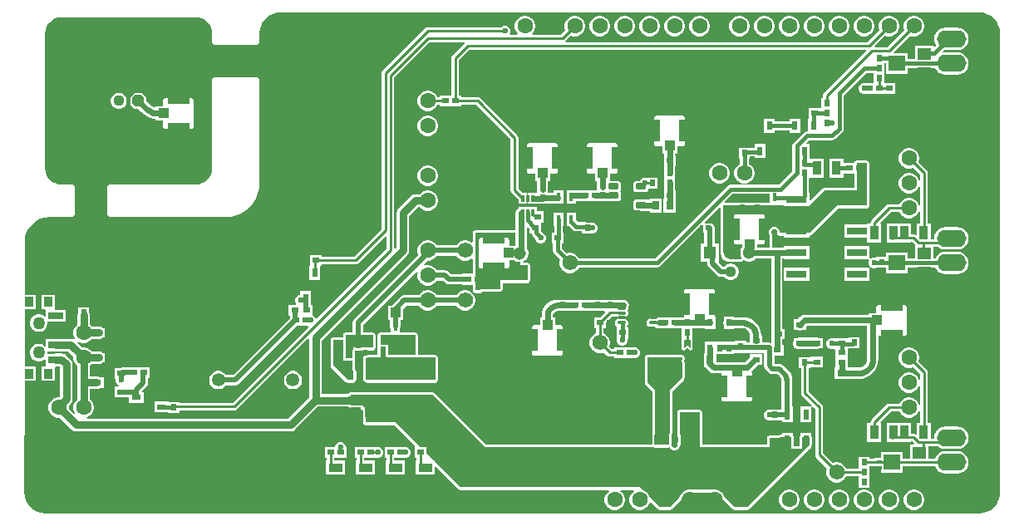
<source format=gtl>
G04*
G04 #@! TF.GenerationSoftware,Altium Limited,Altium Designer,25.8.1 (18)*
G04*
G04 Layer_Physical_Order=1*
G04 Layer_Color=255*
%FSLAX26Y26*%
%MOIN*%
G70*
G04*
G04 #@! TF.SameCoordinates,3AB4B18C-38BA-446E-90AA-5604B7F899A8*
G04*
G04*
G04 #@! TF.FilePolarity,Positive*
G04*
G01*
G75*
%ADD14C,0.030000*%
%ADD15C,0.015000*%
%ADD17C,0.010000*%
%ADD20R,0.024409X0.025984*%
%ADD21R,0.025984X0.024409*%
%ADD22R,0.039370X0.039370*%
%ADD23R,0.035433X0.055118*%
%ADD24R,0.019685X0.013780*%
%ADD25R,0.021654X0.031496*%
%ADD26R,0.081102X0.031496*%
%ADD27R,0.216535X0.084646*%
%ADD28R,0.029528X0.021654*%
%ADD29R,0.066929X0.062992*%
%ADD30R,0.055118X0.047244*%
%ADD31R,0.027559X0.037402*%
%ADD32R,0.059000X0.028000*%
%ADD33R,0.032000X0.039000*%
G04:AMPARAMS|DCode=34|XSize=11.811mil|YSize=31.496mil|CornerRadius=1.949mil|HoleSize=0mil|Usage=FLASHONLY|Rotation=270.000|XOffset=0mil|YOffset=0mil|HoleType=Round|Shape=RoundedRectangle|*
%AMROUNDEDRECTD34*
21,1,0.011811,0.027599,0,0,270.0*
21,1,0.007913,0.031496,0,0,270.0*
1,1,0.003898,-0.013799,-0.003957*
1,1,0.003898,-0.013799,0.003957*
1,1,0.003898,0.013799,0.003957*
1,1,0.003898,0.013799,-0.003957*
%
%ADD34ROUNDEDRECTD34*%
G04:AMPARAMS|DCode=35|XSize=23.622mil|YSize=39.37mil|CornerRadius=2.008mil|HoleSize=0mil|Usage=FLASHONLY|Rotation=90.000|XOffset=0mil|YOffset=0mil|HoleType=Round|Shape=RoundedRectangle|*
%AMROUNDEDRECTD35*
21,1,0.023622,0.035354,0,0,90.0*
21,1,0.019606,0.039370,0,0,90.0*
1,1,0.004016,0.017677,0.009803*
1,1,0.004016,0.017677,-0.009803*
1,1,0.004016,-0.017677,-0.009803*
1,1,0.004016,-0.017677,0.009803*
%
%ADD35ROUNDEDRECTD35*%
G04:AMPARAMS|DCode=36|XSize=21.654mil|YSize=31.496mil|CornerRadius=1.949mil|HoleSize=0mil|Usage=FLASHONLY|Rotation=0.000|XOffset=0mil|YOffset=0mil|HoleType=Round|Shape=RoundedRectangle|*
%AMROUNDEDRECTD36*
21,1,0.021654,0.027599,0,0,0.0*
21,1,0.017756,0.031496,0,0,0.0*
1,1,0.003898,0.008878,-0.013799*
1,1,0.003898,-0.008878,-0.013799*
1,1,0.003898,-0.008878,0.013799*
1,1,0.003898,0.008878,0.013799*
%
%ADD36ROUNDEDRECTD36*%
%ADD37R,0.017716X0.033465*%
%ADD38R,0.013780X0.025591*%
%ADD39R,0.035433X0.076772*%
%ADD40R,0.125984X0.076772*%
%ADD41R,0.023622X0.041339*%
%ADD42R,0.015748X0.037402*%
%ADD43R,0.057087X0.051181*%
%ADD44R,0.037402X0.023622*%
%ADD45R,0.023622X0.037402*%
%ADD46R,0.086614X0.041339*%
%ADD47R,0.041339X0.039370*%
%ADD48R,0.031496X0.023622*%
%ADD49R,0.039370X0.041339*%
%ADD50R,0.041339X0.086614*%
%ADD51R,0.055118X0.035433*%
%ADD52R,0.031496X0.021654*%
%ADD53R,0.013780X0.019685*%
%ADD54R,0.037402X0.027559*%
%ADD101C,0.061811*%
%ADD103C,0.053150*%
%ADD106C,0.024724*%
%ADD107C,0.024743*%
%AMCUSTOMSHAPE108*
4,1,5,0.012205,-0.016602,0.012205,0.016602,-0.012205,0.016602,-0.012205,-0.016602,0.000000,-0.004398,0.012205,-0.016602,0.0*%
%ADD108CUSTOMSHAPE108*%

%AMCUSTOMSHAPE109*
4,1,5,0.012205,-0.016496,-0.012205,-0.016496,-0.012205,0.004291,0.000000,0.016496,0.012205,0.004291,0.012205,-0.016496,0.0*%
%ADD109CUSTOMSHAPE109*%

%ADD110C,0.020000*%
%ADD111C,0.023622*%
%ADD112C,0.259842*%
%ADD113C,0.010000*%
%ADD114C,0.020000*%
%ADD115C,0.051496*%
%ADD116R,0.051496X0.051496*%
%ADD117C,0.062992*%
%ADD118C,0.044488*%
%ADD119P,0.028284X4X270.0*%
%ADD120C,0.050000*%
%ADD121O,0.118110X0.068898*%
%AMCUSTOMSHAPE122*
4,1,8,0.011122,0.022244,0.022244,0.011122,0.022244,-0.011122,0.011122,-0.022244,-0.011122,-0.022244,-0.022244,-0.011122,-0.022244,0.011122,-0.011122,0.022244,0.011122,0.022244,0.0*%
%ADD122CUSTOMSHAPE122*%

%ADD123R,0.051181X0.051181*%
%ADD124C,0.051181*%
G36*
X276565Y1953277D02*
X292493Y1948446D01*
X307173Y1940599D01*
X320040Y1930040D01*
X330599Y1917173D01*
X338446Y1902493D01*
X343277Y1886565D01*
X344842Y1870682D01*
X344706Y1870000D01*
Y30000D01*
X344842Y29318D01*
X343277Y13435D01*
X338446Y-2493D01*
X330599Y-17173D01*
X320040Y-30040D01*
X307173Y-40599D01*
X292493Y-48446D01*
X276565Y-53277D01*
X260682Y-54842D01*
X260000Y-54706D01*
X-3482677D01*
X-3483359Y-54842D01*
X-3499242Y-53277D01*
X-3515170Y-48446D01*
X-3529850Y-40599D01*
X-3542717Y-30040D01*
X-3553276Y-17173D01*
X-3561123Y-2493D01*
X-3565955Y13435D01*
X-3567518Y29305D01*
X-3567383Y29975D01*
X-3566665Y477000D01*
X-3522500D01*
Y536000D01*
X-3563031D01*
X-3566564Y539538D01*
X-3566203Y764000D01*
X-3522500D01*
Y823000D01*
X-3562570D01*
X-3566103Y826538D01*
X-3565767Y1035313D01*
X-3565957Y1036274D01*
X-3564134Y1054777D01*
X-3558464Y1073469D01*
X-3549256Y1090696D01*
X-3536864Y1105795D01*
X-3521765Y1118187D01*
X-3504538Y1127395D01*
X-3485846Y1133065D01*
X-3469185Y1134706D01*
X-3380000D01*
X-3374147Y1135870D01*
X-3369186Y1139186D01*
X-3365870Y1144147D01*
X-3364706Y1150000D01*
Y1250000D01*
X-3365870Y1255853D01*
X-3369186Y1260814D01*
X-3374147Y1264130D01*
X-3380000Y1265294D01*
X-3416318D01*
X-3420000Y1265294D01*
X-3421260Y1265294D01*
X-3426060Y1265667D01*
X-3433657Y1266415D01*
X-3445578Y1270031D01*
X-3456564Y1275903D01*
X-3466194Y1283806D01*
X-3474097Y1293436D01*
X-3479969Y1304422D01*
X-3483585Y1316343D01*
X-3484773Y1328404D01*
X-3484706Y1328740D01*
Y1871260D01*
X-3484773Y1871596D01*
X-3483585Y1883657D01*
X-3479969Y1895578D01*
X-3474097Y1906564D01*
X-3466194Y1916194D01*
X-3456564Y1924097D01*
X-3445578Y1929969D01*
X-3433657Y1933585D01*
X-3421596Y1934773D01*
X-3421260Y1934706D01*
X-2878740D01*
X-2878404Y1934773D01*
X-2866343Y1933585D01*
X-2854422Y1929969D01*
X-2843436Y1924097D01*
X-2833806Y1916194D01*
X-2825903Y1906564D01*
X-2820031Y1895578D01*
X-2816415Y1883657D01*
X-2815667Y1876060D01*
X-2815294Y1871260D01*
X-2815294Y1870000D01*
X-2815294Y1866318D01*
Y1840000D01*
X-2814130Y1834147D01*
X-2810814Y1829186D01*
X-2805853Y1825870D01*
X-2800000Y1824706D01*
X-2640000D01*
X-2634147Y1825870D01*
X-2629186Y1829186D01*
X-2625870Y1834147D01*
X-2624706Y1840000D01*
Y1870000D01*
X-2624842Y1870682D01*
X-2623277Y1886565D01*
X-2618446Y1902493D01*
X-2610599Y1917173D01*
X-2600040Y1930040D01*
X-2587173Y1940599D01*
X-2572493Y1948446D01*
X-2556565Y1953277D01*
X-2540683Y1954842D01*
X-2540000Y1954706D01*
X260000Y1954706D01*
X260682Y1954842D01*
X276565Y1953277D01*
D02*
G37*
%LPC*%
G36*
X5463Y1941496D02*
X-5463D01*
X-16017Y1938668D01*
X-25479Y1933205D01*
X-33205Y1925479D01*
X-38668Y1916017D01*
X-41496Y1905463D01*
Y1894537D01*
X-38668Y1883983D01*
X-38366Y1883460D01*
X-106532Y1815294D01*
X-156742D01*
X-158655Y1819913D01*
X-116790Y1861778D01*
X-116017Y1861332D01*
X-105463Y1858504D01*
X-94537D01*
X-83983Y1861332D01*
X-74521Y1866795D01*
X-66795Y1874521D01*
X-61332Y1883983D01*
X-58504Y1894537D01*
Y1905463D01*
X-61332Y1916017D01*
X-66795Y1925479D01*
X-74521Y1933205D01*
X-83983Y1938668D01*
X-94537Y1941496D01*
X-105463D01*
X-116017Y1938668D01*
X-125479Y1933205D01*
X-133205Y1925479D01*
X-138668Y1916017D01*
X-141496Y1905463D01*
Y1894537D01*
X-138668Y1883983D01*
X-138366Y1883460D01*
X-186532Y1835294D01*
X-1396230D01*
X-1396707Y1835921D01*
X-1398077Y1840294D01*
X-1376665Y1861706D01*
X-1376017Y1861332D01*
X-1365463Y1858504D01*
X-1354537D01*
X-1343983Y1861332D01*
X-1334521Y1866795D01*
X-1326795Y1874521D01*
X-1321332Y1883983D01*
X-1318504Y1894537D01*
Y1905463D01*
X-1321332Y1916017D01*
X-1326795Y1925479D01*
X-1334521Y1933205D01*
X-1343983Y1938668D01*
X-1354537Y1941496D01*
X-1365463D01*
X-1376017Y1938668D01*
X-1385479Y1933205D01*
X-1393205Y1925479D01*
X-1398668Y1916017D01*
X-1401496Y1905463D01*
Y1894537D01*
X-1398668Y1883983D01*
X-1398294Y1883335D01*
X-1416335Y1865294D01*
X-1528951D01*
X-1531022Y1870294D01*
X-1526795Y1874521D01*
X-1521332Y1883983D01*
X-1518504Y1894537D01*
Y1905463D01*
X-1521332Y1916017D01*
X-1526795Y1925479D01*
X-1534521Y1933205D01*
X-1543983Y1938668D01*
X-1554537Y1941496D01*
X-1565463D01*
X-1576017Y1938668D01*
X-1585479Y1933205D01*
X-1593205Y1925479D01*
X-1598668Y1916017D01*
X-1601496Y1905463D01*
Y1894537D01*
X-1598668Y1883983D01*
X-1593205Y1874521D01*
X-1588978Y1870294D01*
X-1591049Y1865294D01*
X-1617328D01*
X-1620412Y1870294D01*
X-1618189Y1875661D01*
Y1884339D01*
X-1621509Y1892355D01*
X-1627645Y1898491D01*
X-1635661Y1901811D01*
X-1644339D01*
X-1652355Y1898491D01*
X-1655552Y1895294D01*
X-1950000D01*
X-1955853Y1894130D01*
X-1960814Y1890814D01*
X-2130814Y1720814D01*
X-2134130Y1715853D01*
X-2135294Y1710000D01*
Y1086335D01*
X-2246335Y975294D01*
X-2377008D01*
Y982205D01*
X-2422992D01*
Y938898D01*
X-2424409D01*
Y881496D01*
X-2380787D01*
Y937795D01*
X-2377008D01*
Y944706D01*
X-2240000D01*
X-2234147Y945870D01*
X-2229186Y949186D01*
X-2119913Y1058458D01*
X-2115294Y1056544D01*
Y1006335D01*
X-2394099Y727530D01*
X-2399997Y728703D01*
X-2401510Y732355D01*
X-2407645Y738490D01*
X-2410630Y739727D01*
Y781811D01*
X-2418189D01*
Y838504D01*
X-2461811D01*
Y821811D01*
X-2464338D01*
X-2472355Y818490D01*
X-2478490Y812355D01*
X-2481811Y804338D01*
Y795662D01*
X-2478490Y787645D01*
X-2477276Y786430D01*
X-2479189Y781811D01*
X-2509370D01*
Y738189D01*
X-2502992D01*
Y726634D01*
X-2729234Y500392D01*
X-2759147D01*
X-2760339Y502457D01*
X-2767149Y509267D01*
X-2775489Y514082D01*
X-2784791Y516575D01*
X-2794421D01*
X-2803724Y514082D01*
X-2812064Y509267D01*
X-2818873Y502457D01*
X-2823689Y494117D01*
X-2826181Y484815D01*
Y475185D01*
X-2823689Y465883D01*
X-2818873Y457543D01*
X-2812064Y450733D01*
X-2803724Y445918D01*
X-2794421Y443425D01*
X-2784791D01*
X-2775489Y445918D01*
X-2767149Y450733D01*
X-2760339Y457543D01*
X-2759147Y459608D01*
X-2720787D01*
X-2712984Y461160D01*
X-2706368Y465581D01*
X-2474154Y697795D01*
X-2430366D01*
X-2428453Y693176D01*
X-2733067Y388562D01*
X-2946299D01*
Y392992D01*
X-2989606D01*
Y394409D01*
X-3047008D01*
Y350787D01*
X-2990709D01*
Y347008D01*
X-2946299D01*
Y357974D01*
X-2726732D01*
X-2720880Y359138D01*
X-2715918Y362453D01*
X-2430490Y647881D01*
X-2425490Y645810D01*
Y410558D01*
X-2510558Y325490D01*
X-3316468D01*
X-3317126Y330490D01*
X-3313983Y331332D01*
X-3304521Y336795D01*
X-3296795Y344521D01*
X-3291332Y353983D01*
X-3288504Y364537D01*
Y375463D01*
X-3291332Y386017D01*
X-3296795Y395479D01*
X-3304510Y403195D01*
Y444510D01*
X-3278701D01*
X-3268946Y446450D01*
X-3266344Y448189D01*
X-3250000D01*
Y491811D01*
X-3266344D01*
X-3268946Y493549D01*
X-3278701Y495490D01*
X-3304510D01*
Y536806D01*
X-3296805Y544510D01*
X-3270000D01*
X-3260245Y546451D01*
X-3254698Y550158D01*
X-3244921D01*
Y567933D01*
X-3244510Y570000D01*
X-3244921Y572067D01*
Y589842D01*
X-3254698D01*
X-3260245Y593549D01*
X-3270000Y595490D01*
X-3296805D01*
X-3304521Y603205D01*
X-3313983Y608668D01*
X-3324537Y611496D01*
X-3335448D01*
X-3354282Y630331D01*
X-3351212Y634332D01*
X-3346017Y631332D01*
X-3335463Y628504D01*
X-3324537D01*
X-3313983Y631332D01*
X-3304521Y636795D01*
X-3296805Y644510D01*
X-3270000D01*
X-3260245Y646451D01*
X-3254698Y650158D01*
X-3244921D01*
Y667933D01*
X-3244510Y670000D01*
X-3244921Y672067D01*
Y689842D01*
X-3254698D01*
X-3260245Y693549D01*
X-3270000Y695490D01*
X-3296805D01*
X-3304510Y703194D01*
Y740000D01*
X-3306450Y749755D01*
X-3307795Y751767D01*
Y772992D01*
X-3352205D01*
Y751767D01*
X-3353550Y749755D01*
X-3355490Y740000D01*
Y703194D01*
X-3363205Y695479D01*
X-3368668Y686017D01*
X-3371496Y675463D01*
Y664537D01*
X-3368668Y653983D01*
X-3366171Y649657D01*
X-3368557Y643790D01*
X-3369823Y643433D01*
X-3370745Y644049D01*
X-3380500Y645990D01*
X-3441500D01*
X-3448990Y644500D01*
X-3481000D01*
Y618569D01*
X-3486000Y616497D01*
X-3488510Y619007D01*
X-3496490Y623615D01*
X-3505392Y626000D01*
X-3514608D01*
X-3523510Y623615D01*
X-3531490Y619007D01*
X-3538007Y612490D01*
X-3542615Y604510D01*
X-3545000Y595608D01*
Y586392D01*
X-3542615Y577490D01*
X-3538007Y569510D01*
X-3531490Y562993D01*
X-3523510Y558385D01*
X-3514608Y556000D01*
X-3505392D01*
X-3496490Y558385D01*
X-3488510Y562993D01*
X-3486000Y565503D01*
X-3481000Y563431D01*
X-3481000Y537500D01*
X-3485379Y536000D01*
X-3497500D01*
Y477000D01*
X-3445500D01*
Y531708D01*
X-3441502Y536008D01*
X-3440504Y536010D01*
X-3428132D01*
X-3425490Y533368D01*
Y414628D01*
X-3428622Y411496D01*
X-3435463D01*
X-3446017Y408668D01*
X-3455479Y403205D01*
X-3463205Y395479D01*
X-3468668Y386017D01*
X-3471496Y375463D01*
Y364537D01*
X-3468668Y353983D01*
X-3463205Y344521D01*
X-3455479Y336795D01*
X-3446017Y331332D01*
X-3435463Y328504D01*
X-3424552D01*
X-3378024Y281976D01*
X-3369755Y276450D01*
X-3360000Y274510D01*
X-2500000D01*
X-2490245Y276450D01*
X-2481976Y281976D01*
X-2390387Y373565D01*
X-2267938D01*
X-2267210Y372475D01*
X-2263902Y370265D01*
X-2260000Y369489D01*
X-2219937D01*
X-2219262Y366098D01*
X-2217052Y362790D01*
X-2213744Y360580D01*
X-2210196Y359874D01*
Y310000D01*
X-2209420Y306098D01*
X-2207210Y302790D01*
X-2203902Y300580D01*
X-2200000Y299804D01*
X-2084223D01*
X-2001127Y216708D01*
X-2002992Y212205D01*
X-2002992D01*
Y167795D01*
X-1995294D01*
Y157087D01*
X-1997559D01*
Y101654D01*
X-1922441D01*
Y131489D01*
X-1917822Y133402D01*
X-1827210Y42790D01*
X-1823902Y40580D01*
X-1820000Y39804D01*
X-1224049D01*
X-1222710Y34804D01*
X-1225479Y33205D01*
X-1233205Y25479D01*
X-1238668Y16017D01*
X-1241496Y5463D01*
Y-5463D01*
X-1238668Y-16017D01*
X-1233205Y-25479D01*
X-1225479Y-33205D01*
X-1216017Y-38668D01*
X-1205463Y-41496D01*
X-1194537D01*
X-1183983Y-38668D01*
X-1174521Y-33205D01*
X-1166795Y-25479D01*
X-1161332Y-16017D01*
X-1158504Y-5463D01*
Y5463D01*
X-1161332Y16017D01*
X-1166795Y25479D01*
X-1174521Y33205D01*
X-1177290Y34804D01*
X-1175951Y39804D01*
X-1124049D01*
X-1122710Y34804D01*
X-1125479Y33205D01*
X-1133205Y25479D01*
X-1138668Y16017D01*
X-1141496Y5463D01*
Y-5463D01*
X-1138668Y-16017D01*
X-1133205Y-25479D01*
X-1125479Y-33205D01*
X-1116017Y-38668D01*
X-1105463Y-41496D01*
X-1094537D01*
X-1083983Y-38668D01*
X-1074521Y-33205D01*
X-1066795Y-25479D01*
X-1061332Y-16017D01*
X-1059894Y-10649D01*
X-1055064Y-9355D01*
X-1027210Y-37210D01*
X-1023902Y-39420D01*
X-1020000Y-40196D01*
X-1010315D01*
X-1005463Y-41496D01*
X-994537D01*
X-989685Y-40196D01*
X-980000D01*
X-976098Y-39420D01*
X-972790Y-37210D01*
X-933173Y2407D01*
X-932800Y2967D01*
X-932294Y3410D01*
X-931704Y4606D01*
X-930963Y5715D01*
X-930832Y6375D01*
X-930535Y6978D01*
X-929167Y12082D01*
X-925047Y19219D01*
X-919219Y25046D01*
X-912082Y29167D01*
X-904121Y31300D01*
X-895880D01*
X-891593Y30151D01*
X-890262Y30064D01*
X-888954Y29804D01*
X-811046D01*
X-809738Y30064D01*
X-808407Y30151D01*
X-804121Y31300D01*
X-795879D01*
X-787918Y29167D01*
X-780781Y25046D01*
X-774954Y19219D01*
X-770833Y12082D01*
X-769466Y6978D01*
X-769168Y6375D01*
X-769037Y5715D01*
X-768296Y4606D01*
X-767706Y3410D01*
X-767200Y2967D01*
X-766827Y2408D01*
X-727210Y-37210D01*
X-723902Y-39420D01*
X-720000Y-40196D01*
X-710315D01*
X-705463Y-41496D01*
X-694537D01*
X-689685Y-40196D01*
X-670000D01*
X-666098Y-39420D01*
X-662790Y-37210D01*
X-419400Y206181D01*
X-410788D01*
Y215788D01*
X-410580Y216098D01*
X-409804Y220000D01*
Y250000D01*
X-410580Y253902D01*
X-410788Y254212D01*
Y267520D01*
X-454409D01*
Y257870D01*
X-455399Y257210D01*
X-457609Y253902D01*
X-458385Y250000D01*
Y216377D01*
X-481615D01*
Y250000D01*
X-482391Y253902D01*
X-484601Y257210D01*
X-485591Y257871D01*
Y267520D01*
X-529213D01*
Y260196D01*
X-537795D01*
X-541697Y259420D01*
X-545005Y257210D01*
X-545009Y257204D01*
X-580000D01*
X-583902Y256428D01*
X-587210Y254218D01*
X-589420Y250910D01*
X-590196Y247008D01*
Y220196D01*
X-849804D01*
Y350000D01*
X-850580Y353902D01*
X-852790Y357210D01*
X-856098Y359420D01*
X-860000Y360196D01*
X-940000D01*
X-943902Y359420D01*
X-947210Y357210D01*
X-949420Y353902D01*
X-950196Y350000D01*
Y268711D01*
X-949420Y264809D01*
X-948385Y262310D01*
Y262205D01*
X-947609Y258303D01*
X-947204Y257697D01*
Y222303D01*
X-947609Y221697D01*
X-948385Y217795D01*
Y217690D01*
X-949420Y215191D01*
X-949559Y214493D01*
X-949954Y213902D01*
X-950153Y213421D01*
X-953421Y210153D01*
X-957690Y208385D01*
X-962310D01*
X-966579Y210153D01*
X-969847Y213421D01*
X-970046Y213902D01*
X-972256Y217209D01*
X-973223Y217855D01*
X-972796Y220000D01*
Y250394D01*
X-972284D01*
Y258844D01*
X-971615Y262205D01*
Y262310D01*
X-970580Y264809D01*
X-969804Y268711D01*
Y435777D01*
X-932746Y472835D01*
X-927008D01*
Y478573D01*
X-922790Y482790D01*
X-920580Y486098D01*
X-919804Y490000D01*
Y550905D01*
X-920580Y554807D01*
X-920785Y555301D01*
Y559922D01*
X-920580Y560417D01*
X-919804Y564318D01*
Y570000D01*
X-920580Y573902D01*
X-922790Y577210D01*
X-926098Y579420D01*
X-930000Y580196D01*
X-1070000D01*
X-1073902Y579420D01*
X-1077210Y577210D01*
X-1079420Y573902D01*
X-1080196Y570000D01*
Y470000D01*
X-1079420Y466098D01*
X-1077210Y462790D01*
X-1050196Y435777D01*
Y308711D01*
X-1049420Y304809D01*
X-1048385Y302310D01*
Y297690D01*
X-1049420Y295191D01*
X-1050196Y291289D01*
Y220196D01*
X-1715777D01*
X-1922790Y427210D01*
X-1926098Y429420D01*
X-1930000Y430196D01*
X-2260000D01*
X-2263902Y429420D01*
X-2267210Y427210D01*
X-2268450Y425354D01*
X-2270942Y424858D01*
X-2271410Y424545D01*
X-2374510D01*
Y639442D01*
X-2031976Y981976D01*
X-2026450Y990245D01*
X-2024510Y1000000D01*
Y1139442D01*
X-1989442Y1174510D01*
X-1983195D01*
X-1975479Y1166795D01*
X-1966017Y1161332D01*
X-1955463Y1158504D01*
X-1944537D01*
X-1933983Y1161332D01*
X-1924521Y1166795D01*
X-1916795Y1174521D01*
X-1911332Y1183983D01*
X-1908504Y1194537D01*
Y1205463D01*
X-1911332Y1216017D01*
X-1916795Y1225479D01*
X-1924521Y1233205D01*
X-1933983Y1238668D01*
X-1944537Y1241496D01*
X-1955463D01*
X-1966017Y1238668D01*
X-1975479Y1233205D01*
X-1983195Y1225490D01*
X-2000000D01*
X-2009755Y1223550D01*
X-2018024Y1218024D01*
X-2068024Y1168024D01*
X-2073550Y1159755D01*
X-2075490Y1150000D01*
Y1010558D01*
X-2080087Y1005961D01*
X-2084706Y1007875D01*
Y1693665D01*
X-1943665Y1834706D01*
X-1803770D01*
X-1803293Y1834079D01*
X-1801923Y1829706D01*
X-1850814Y1780814D01*
X-1854130Y1775853D01*
X-1855294Y1770000D01*
Y1622205D01*
X-1902992D01*
Y1615294D01*
X-1911138D01*
X-1911332Y1616017D01*
X-1916795Y1625479D01*
X-1924521Y1633205D01*
X-1933983Y1638668D01*
X-1944537Y1641496D01*
X-1955463D01*
X-1966017Y1638668D01*
X-1975479Y1633205D01*
X-1983205Y1625479D01*
X-1988668Y1616017D01*
X-1991496Y1605463D01*
Y1594537D01*
X-1988668Y1583983D01*
X-1983205Y1574521D01*
X-1975479Y1566795D01*
X-1966017Y1561332D01*
X-1955463Y1558504D01*
X-1944537D01*
X-1933983Y1561332D01*
X-1924521Y1566795D01*
X-1916795Y1574521D01*
X-1911332Y1583983D01*
X-1911138Y1584706D01*
X-1902992D01*
Y1577795D01*
X-1817008D01*
Y1584706D01*
X-1756335D01*
X-1617105Y1445476D01*
Y1241653D01*
X-1615941Y1235801D01*
X-1612625Y1230839D01*
X-1586575Y1204788D01*
Y1186732D01*
X-1552795D01*
Y1232323D01*
X-1570851D01*
X-1586517Y1247988D01*
Y1451811D01*
X-1587681Y1457664D01*
X-1590997Y1462625D01*
X-1739186Y1610814D01*
X-1744147Y1614130D01*
X-1750000Y1615294D01*
X-1817008D01*
Y1622205D01*
X-1824706D01*
Y1763665D01*
X-1783665Y1804706D01*
X-193456D01*
X-191542Y1800087D01*
X-360814Y1630814D01*
X-364130Y1625853D01*
X-365294Y1620000D01*
Y1612992D01*
X-372205D01*
Y1572680D01*
X-377008Y1572205D01*
Y1572205D01*
X-422992D01*
Y1528898D01*
X-424409D01*
Y1477843D01*
X-430000D01*
X-436828Y1476485D01*
X-442617Y1472617D01*
X-442617Y1472617D01*
X-482617Y1432617D01*
X-486485Y1426828D01*
X-487843Y1420000D01*
Y1317391D01*
X-541899Y1263335D01*
X-734507D01*
X-734508Y1263335D01*
X-741336Y1261977D01*
X-747125Y1258109D01*
X-747125Y1258109D01*
X-1037391Y967843D01*
X-1343068D01*
X-1347267Y975117D01*
X-1354883Y982733D01*
X-1364211Y988118D01*
X-1374615Y990905D01*
X-1385385D01*
X-1393498Y988732D01*
X-1412157Y1007391D01*
Y1027795D01*
X-1407008D01*
Y1072205D01*
X-1407748D01*
Y1098976D01*
X-1406732D01*
Y1152441D01*
X-1444449D01*
Y1098976D01*
X-1443433D01*
Y1072205D01*
X-1452992D01*
Y1027795D01*
X-1447843D01*
Y1000000D01*
X-1446485Y993172D01*
X-1442617Y987383D01*
X-1418732Y963498D01*
X-1420906Y955385D01*
Y944615D01*
X-1418118Y934211D01*
X-1412733Y924883D01*
X-1405117Y917267D01*
X-1395789Y911882D01*
X-1385385Y909095D01*
X-1374615D01*
X-1364211Y911882D01*
X-1354883Y917267D01*
X-1347267Y924883D01*
X-1343068Y932157D01*
X-1030000D01*
X-1023172Y933515D01*
X-1017383Y937383D01*
X-849698Y1105068D01*
X-845079Y1103155D01*
Y1070158D01*
X-840392D01*
Y1027244D01*
X-854331D01*
Y956063D01*
X-828785D01*
Y948393D01*
X-827233Y940590D01*
X-822812Y933974D01*
X-789064Y900226D01*
X-789064Y900226D01*
X-782448Y895805D01*
X-774645Y894253D01*
X-760564D01*
X-755154Y888843D01*
X-747801Y884598D01*
X-739600Y882401D01*
X-731110D01*
X-722909Y884598D01*
X-715557Y888843D01*
X-709554Y894846D01*
X-705309Y902199D01*
X-703111Y910400D01*
Y918890D01*
X-705309Y927091D01*
X-709554Y934443D01*
X-715557Y940446D01*
X-722909Y944691D01*
X-731110Y946889D01*
X-739600D01*
X-747801Y944691D01*
X-755154Y940446D01*
X-760564Y935037D01*
X-766198D01*
X-784343Y953182D01*
X-783150Y956063D01*
X-783150D01*
Y1027244D01*
X-799608D01*
Y1090000D01*
X-801160Y1097804D01*
X-805581Y1104419D01*
X-811299Y1108240D01*
Y1109842D01*
X-817238D01*
X-820000Y1110392D01*
X-822762Y1109842D01*
X-838391D01*
X-840304Y1114462D01*
X-779815Y1174951D01*
X-775196Y1173038D01*
Y1109842D01*
X-775117Y1109447D01*
Y1070553D01*
X-775196Y1070158D01*
Y997812D01*
X-775591Y996339D01*
Y986968D01*
X-773165Y977916D01*
X-768480Y969800D01*
X-761853Y963174D01*
X-753737Y958488D01*
X-744686Y956063D01*
X-740985D01*
X-740000Y955867D01*
X-692457D01*
X-692385Y955881D01*
X-692312Y955868D01*
X-690437Y956269D01*
X-688555Y956643D01*
X-688494Y956684D01*
X-688422Y956699D01*
X-686841Y957788D01*
X-685247Y958853D01*
X-685206Y958914D01*
X-685146Y958956D01*
X-684101Y960568D01*
X-683037Y962161D01*
X-678561Y960546D01*
X-674997Y958488D01*
X-665945Y956063D01*
X-656574D01*
X-647522Y958488D01*
X-639407Y963174D01*
X-635391Y967190D01*
X-572810D01*
Y632902D01*
X-576675Y629730D01*
X-580000Y630392D01*
X-607559D01*
Y658228D01*
X-612190D01*
Y659217D01*
X-612355Y660048D01*
X-613690Y673596D01*
X-617884Y687423D01*
X-624695Y700166D01*
X-633862Y711335D01*
X-645031Y720502D01*
X-657774Y727313D01*
X-671600Y731507D01*
X-685149Y732842D01*
X-685980Y733007D01*
X-721772D01*
Y735945D01*
X-763425D01*
Y719295D01*
X-763672Y718926D01*
X-765408Y710197D01*
X-763672Y701468D01*
X-763425Y701098D01*
Y684449D01*
X-721772D01*
Y687387D01*
X-685980D01*
X-685433Y687496D01*
X-678642Y686602D01*
X-671804Y683769D01*
X-665933Y679264D01*
X-661427Y673392D01*
X-658595Y666555D01*
X-657701Y659764D01*
X-657810Y659217D01*
Y640079D01*
X-657087Y636442D01*
Y630392D01*
X-672795D01*
Y637992D01*
X-717205D01*
Y636597D01*
X-721772Y635551D01*
Y635551D01*
X-838228D01*
Y618902D01*
X-838475Y618532D01*
X-840211Y609803D01*
Y588701D01*
X-841221D01*
Y531299D01*
X-835491D01*
X-833530Y528365D01*
X-819036Y513871D01*
X-811636Y508926D01*
X-802907Y507190D01*
X-772205D01*
X-771377Y506181D01*
Y403819D01*
X-770601Y399917D01*
X-768390Y396610D01*
X-765083Y394399D01*
X-761181Y393623D01*
X-658819D01*
X-654917Y394399D01*
X-651609Y396610D01*
X-649399Y399917D01*
X-648623Y403819D01*
Y506181D01*
X-649399Y510083D01*
X-651609Y513391D01*
X-651753Y514848D01*
X-625824Y540776D01*
X-625159Y541772D01*
X-607559D01*
Y583425D01*
X-657087D01*
Y573699D01*
X-658082Y573034D01*
X-678306Y552810D01*
X-793459D01*
X-793662Y553012D01*
Y584055D01*
X-721772D01*
Y589608D01*
X-600392D01*
Y536716D01*
X-598840Y528912D01*
X-594419Y522297D01*
X-582704Y510581D01*
X-582703Y510581D01*
X-576088Y506160D01*
X-568284Y504608D01*
X-548447D01*
X-531085Y487247D01*
Y486092D01*
X-531811Y484339D01*
Y475661D01*
X-530392Y472235D01*
Y447765D01*
X-531811Y444339D01*
Y435661D01*
X-530392Y432235D01*
Y407765D01*
X-531811Y404339D01*
Y395661D01*
X-530392Y392235D01*
Y360392D01*
X-537795D01*
Y362992D01*
X-582205D01*
Y361811D01*
X-584338D01*
X-592355Y358490D01*
X-598490Y352355D01*
X-601811Y344339D01*
Y335661D01*
X-598490Y327645D01*
X-592355Y321510D01*
X-584338Y318189D01*
X-582205D01*
Y317008D01*
X-537795D01*
Y319608D01*
X-529213D01*
Y312480D01*
X-485591D01*
Y373819D01*
X-489608D01*
Y392235D01*
X-488189Y395661D01*
Y404339D01*
X-489608Y407765D01*
Y432235D01*
X-488189Y435661D01*
Y444339D01*
X-489608Y447765D01*
Y472235D01*
X-488189Y475661D01*
Y484339D01*
X-490301Y489438D01*
Y495692D01*
X-490301Y495693D01*
X-491853Y503497D01*
X-496274Y510112D01*
X-496274Y510112D01*
X-525581Y539419D01*
X-532196Y543840D01*
X-540000Y545392D01*
X-559608D01*
Y579173D01*
X-522913D01*
Y620827D01*
X-527190D01*
Y644173D01*
X-517559D01*
Y685827D01*
X-527190D01*
Y967190D01*
X-521417D01*
Y966260D01*
X-420315D01*
Y1017756D01*
X-521417D01*
Y1012810D01*
X-569804D01*
Y1066289D01*
X-570580Y1070190D01*
X-571064Y1071358D01*
Y1075979D01*
X-569296Y1080248D01*
X-566028Y1083515D01*
X-561759Y1085284D01*
X-557138D01*
X-552869Y1083515D01*
X-549602Y1080248D01*
X-547834Y1075979D01*
Y1070000D01*
X-547058Y1066098D01*
X-544847Y1062790D01*
X-541540Y1060580D01*
X-537638Y1059804D01*
X-521417D01*
Y1052874D01*
X-420315D01*
Y1059804D01*
X-420000D01*
X-416098Y1060580D01*
X-412790Y1062790D01*
X-305777Y1169804D01*
X-190000D01*
X-186098Y1170580D01*
X-182790Y1172790D01*
X-180580Y1176098D01*
X-180031Y1178858D01*
X-178583D01*
Y1230354D01*
X-179804D01*
Y1350000D01*
X-180580Y1353902D01*
X-182790Y1357210D01*
X-186098Y1359420D01*
X-190000Y1360196D01*
X-230000D01*
X-233902Y1359420D01*
X-237210Y1357210D01*
X-239420Y1353902D01*
X-239757Y1352205D01*
X-282913D01*
Y1367559D01*
X-338346D01*
Y1292441D01*
X-282913D01*
Y1307795D01*
X-240196D01*
Y1250196D01*
X-360000D01*
X-363902Y1249420D01*
X-367210Y1247210D01*
X-415695Y1198724D01*
X-420315Y1200637D01*
Y1230354D01*
X-422157D01*
Y1287008D01*
X-417795D01*
Y1287735D01*
X-417087Y1292441D01*
X-361654D01*
Y1367559D01*
X-388573D01*
X-390000Y1367843D01*
X-391427Y1367559D01*
X-417087D01*
X-417795Y1372265D01*
Y1372992D01*
X-418189D01*
Y1428504D01*
X-429730D01*
X-431643Y1433123D01*
X-422609Y1442157D01*
X-328270D01*
X-321441Y1443515D01*
X-315653Y1447383D01*
X-287384Y1475653D01*
X-287383Y1475653D01*
X-283515Y1481441D01*
X-282157Y1488270D01*
X-282157Y1488270D01*
Y1622609D01*
X-192609Y1712157D01*
X-162205D01*
Y1672205D01*
X-202992D01*
Y1671811D01*
X-204339D01*
X-212355Y1668491D01*
X-218490Y1662355D01*
X-221811Y1654339D01*
Y1645661D01*
X-218490Y1637645D01*
X-212355Y1631509D01*
X-204339Y1628189D01*
X-202992D01*
Y1627795D01*
X-77008D01*
Y1672205D01*
X-117795D01*
Y1707008D01*
Y1752157D01*
X-110709D01*
Y1708504D01*
X-23780D01*
Y1732157D01*
X84673D01*
X86568Y1727584D01*
X93692Y1718299D01*
X102978Y1711174D01*
X113790Y1706695D01*
X125394Y1705168D01*
X174606D01*
X186210Y1706695D01*
X197022Y1711174D01*
X206308Y1718299D01*
X213432Y1727584D01*
X217911Y1738397D01*
X219439Y1750000D01*
X217911Y1761603D01*
X213432Y1772416D01*
X206308Y1781701D01*
X197022Y1788826D01*
X186210Y1793305D01*
X174606Y1794832D01*
X125394D01*
X117674Y1793816D01*
X115338Y1798552D01*
X120963Y1804176D01*
X125394Y1803593D01*
X174606D01*
X186210Y1805120D01*
X197022Y1809599D01*
X206308Y1816724D01*
X213432Y1826009D01*
X217911Y1836822D01*
X219439Y1848425D01*
X217911Y1860029D01*
X213432Y1870841D01*
X206308Y1880126D01*
X197022Y1887251D01*
X186210Y1891730D01*
X174606Y1893257D01*
X125394D01*
X113790Y1891730D01*
X102978Y1887251D01*
X93692Y1880126D01*
X86568Y1870841D01*
X82089Y1860029D01*
X80561Y1848425D01*
X82089Y1836822D01*
X86568Y1826009D01*
X89069Y1822749D01*
X83202Y1816882D01*
X78583Y1818796D01*
Y1822992D01*
X3465D01*
Y1767843D01*
X-23780D01*
Y1791496D01*
X-80540D01*
X-82453Y1796115D01*
X-16790Y1861778D01*
X-16017Y1861332D01*
X-5463Y1858504D01*
X5463D01*
X16017Y1861332D01*
X25479Y1866795D01*
X33205Y1874521D01*
X38668Y1883983D01*
X41496Y1894537D01*
Y1905463D01*
X38668Y1916017D01*
X33205Y1925479D01*
X25479Y1933205D01*
X16017Y1938668D01*
X5463Y1941496D01*
D02*
G37*
G36*
X-194537D02*
X-205463D01*
X-216017Y1938668D01*
X-225479Y1933205D01*
X-233205Y1925479D01*
X-238668Y1916017D01*
X-241496Y1905463D01*
Y1894537D01*
X-238668Y1883983D01*
X-233205Y1874521D01*
X-225479Y1866795D01*
X-216017Y1861332D01*
X-205463Y1858504D01*
X-194537D01*
X-183983Y1861332D01*
X-174521Y1866795D01*
X-166795Y1874521D01*
X-161332Y1883983D01*
X-158504Y1894537D01*
Y1905463D01*
X-161332Y1916017D01*
X-166795Y1925479D01*
X-174521Y1933205D01*
X-183983Y1938668D01*
X-194537Y1941496D01*
D02*
G37*
G36*
X-294537D02*
X-305463D01*
X-316017Y1938668D01*
X-325479Y1933205D01*
X-333205Y1925479D01*
X-338668Y1916017D01*
X-341496Y1905463D01*
Y1894537D01*
X-338668Y1883983D01*
X-333205Y1874521D01*
X-325479Y1866795D01*
X-316017Y1861332D01*
X-305463Y1858504D01*
X-294537D01*
X-283983Y1861332D01*
X-274521Y1866795D01*
X-266795Y1874521D01*
X-261332Y1883983D01*
X-258504Y1894537D01*
Y1905463D01*
X-261332Y1916017D01*
X-266795Y1925479D01*
X-274521Y1933205D01*
X-283983Y1938668D01*
X-294537Y1941496D01*
D02*
G37*
G36*
X-394537D02*
X-405463D01*
X-416017Y1938668D01*
X-425479Y1933205D01*
X-433205Y1925479D01*
X-438668Y1916017D01*
X-441496Y1905463D01*
Y1894537D01*
X-438668Y1883983D01*
X-433205Y1874521D01*
X-425479Y1866795D01*
X-416017Y1861332D01*
X-405463Y1858504D01*
X-394537D01*
X-383983Y1861332D01*
X-374521Y1866795D01*
X-366795Y1874521D01*
X-361332Y1883983D01*
X-358504Y1894537D01*
Y1905463D01*
X-361332Y1916017D01*
X-366795Y1925479D01*
X-374521Y1933205D01*
X-383983Y1938668D01*
X-394537Y1941496D01*
D02*
G37*
G36*
X-494537D02*
X-505463D01*
X-516017Y1938668D01*
X-525479Y1933205D01*
X-533205Y1925479D01*
X-538668Y1916017D01*
X-541496Y1905463D01*
Y1894537D01*
X-538668Y1883983D01*
X-533205Y1874521D01*
X-525479Y1866795D01*
X-516017Y1861332D01*
X-505463Y1858504D01*
X-494537D01*
X-483983Y1861332D01*
X-474521Y1866795D01*
X-466795Y1874521D01*
X-461332Y1883983D01*
X-458504Y1894537D01*
Y1905463D01*
X-461332Y1916017D01*
X-466795Y1925479D01*
X-474521Y1933205D01*
X-483983Y1938668D01*
X-494537Y1941496D01*
D02*
G37*
G36*
X-594537D02*
X-605463D01*
X-616017Y1938668D01*
X-625479Y1933205D01*
X-633205Y1925479D01*
X-638668Y1916017D01*
X-641496Y1905463D01*
Y1894537D01*
X-638668Y1883983D01*
X-633205Y1874521D01*
X-625479Y1866795D01*
X-616017Y1861332D01*
X-605463Y1858504D01*
X-594537D01*
X-583983Y1861332D01*
X-574521Y1866795D01*
X-566795Y1874521D01*
X-561332Y1883983D01*
X-558504Y1894537D01*
Y1905463D01*
X-561332Y1916017D01*
X-566795Y1925479D01*
X-574521Y1933205D01*
X-583983Y1938668D01*
X-594537Y1941496D01*
D02*
G37*
G36*
X-694537D02*
X-705463D01*
X-716017Y1938668D01*
X-725479Y1933205D01*
X-733205Y1925479D01*
X-738668Y1916017D01*
X-741496Y1905463D01*
Y1894537D01*
X-738668Y1883983D01*
X-733205Y1874521D01*
X-725479Y1866795D01*
X-716017Y1861332D01*
X-705463Y1858504D01*
X-694537D01*
X-683983Y1861332D01*
X-674521Y1866795D01*
X-666795Y1874521D01*
X-661332Y1883983D01*
X-658504Y1894537D01*
Y1905463D01*
X-661332Y1916017D01*
X-666795Y1925479D01*
X-674521Y1933205D01*
X-683983Y1938668D01*
X-694537Y1941496D01*
D02*
G37*
G36*
X-854537D02*
X-865463D01*
X-876017Y1938668D01*
X-885479Y1933205D01*
X-893205Y1925479D01*
X-898668Y1916017D01*
X-901496Y1905463D01*
Y1894537D01*
X-898668Y1883983D01*
X-893205Y1874521D01*
X-885479Y1866795D01*
X-876017Y1861332D01*
X-865463Y1858504D01*
X-854537D01*
X-843983Y1861332D01*
X-834521Y1866795D01*
X-826795Y1874521D01*
X-821332Y1883983D01*
X-818504Y1894537D01*
Y1905463D01*
X-821332Y1916017D01*
X-826795Y1925479D01*
X-834521Y1933205D01*
X-843983Y1938668D01*
X-854537Y1941496D01*
D02*
G37*
G36*
X-954537D02*
X-965463D01*
X-976017Y1938668D01*
X-985479Y1933205D01*
X-993205Y1925479D01*
X-998668Y1916017D01*
X-1001496Y1905463D01*
Y1894537D01*
X-998668Y1883983D01*
X-993205Y1874521D01*
X-985479Y1866795D01*
X-976017Y1861332D01*
X-965463Y1858504D01*
X-954537D01*
X-943983Y1861332D01*
X-934521Y1866795D01*
X-926795Y1874521D01*
X-921332Y1883983D01*
X-918504Y1894537D01*
Y1905463D01*
X-921332Y1916017D01*
X-926795Y1925479D01*
X-934521Y1933205D01*
X-943983Y1938668D01*
X-954537Y1941496D01*
D02*
G37*
G36*
X-1054537D02*
X-1065463D01*
X-1076017Y1938668D01*
X-1085479Y1933205D01*
X-1093205Y1925479D01*
X-1098668Y1916017D01*
X-1101496Y1905463D01*
Y1894537D01*
X-1098668Y1883983D01*
X-1093205Y1874521D01*
X-1085479Y1866795D01*
X-1076017Y1861332D01*
X-1065463Y1858504D01*
X-1054537D01*
X-1043983Y1861332D01*
X-1034521Y1866795D01*
X-1026795Y1874521D01*
X-1021332Y1883983D01*
X-1018504Y1894537D01*
Y1905463D01*
X-1021332Y1916017D01*
X-1026795Y1925479D01*
X-1034521Y1933205D01*
X-1043983Y1938668D01*
X-1054537Y1941496D01*
D02*
G37*
G36*
X-1154537D02*
X-1165463D01*
X-1176017Y1938668D01*
X-1185479Y1933205D01*
X-1193205Y1925479D01*
X-1198668Y1916017D01*
X-1201496Y1905463D01*
Y1894537D01*
X-1198668Y1883983D01*
X-1193205Y1874521D01*
X-1185479Y1866795D01*
X-1176017Y1861332D01*
X-1165463Y1858504D01*
X-1154537D01*
X-1143983Y1861332D01*
X-1134521Y1866795D01*
X-1126795Y1874521D01*
X-1121332Y1883983D01*
X-1118504Y1894537D01*
Y1905463D01*
X-1121332Y1916017D01*
X-1126795Y1925479D01*
X-1134521Y1933205D01*
X-1143983Y1938668D01*
X-1154537Y1941496D01*
D02*
G37*
G36*
X-1254537D02*
X-1265463D01*
X-1276017Y1938668D01*
X-1285479Y1933205D01*
X-1293205Y1925479D01*
X-1298668Y1916017D01*
X-1301496Y1905463D01*
Y1894537D01*
X-1298668Y1883983D01*
X-1293205Y1874521D01*
X-1285479Y1866795D01*
X-1276017Y1861332D01*
X-1265463Y1858504D01*
X-1254537D01*
X-1243983Y1861332D01*
X-1234521Y1866795D01*
X-1226795Y1874521D01*
X-1221332Y1883983D01*
X-1218504Y1894537D01*
Y1905463D01*
X-1221332Y1916017D01*
X-1226795Y1925479D01*
X-1234521Y1933205D01*
X-1243983Y1938668D01*
X-1254537Y1941496D01*
D02*
G37*
G36*
X-3185125Y1632244D02*
X-3193615D01*
X-3201816Y1630047D01*
X-3209168Y1625802D01*
X-3215172Y1619798D01*
X-3219417Y1612446D01*
X-3221614Y1604245D01*
Y1595755D01*
X-3219417Y1587554D01*
X-3215172Y1580202D01*
X-3209168Y1574198D01*
X-3201816Y1569953D01*
X-3193615Y1567756D01*
X-3185125D01*
X-3176924Y1569953D01*
X-3169572Y1574198D01*
X-3163568Y1580202D01*
X-3159323Y1587554D01*
X-3157126Y1595755D01*
Y1604245D01*
X-3159323Y1612446D01*
X-3163568Y1619798D01*
X-3169572Y1625802D01*
X-3176924Y1630047D01*
X-3185125Y1632244D01*
D02*
G37*
G36*
X-455591Y1528898D02*
X-499212D01*
Y1518040D01*
X-558189D01*
Y1528898D01*
X-601811D01*
Y1471496D01*
X-558189D01*
Y1482354D01*
X-499212D01*
Y1471496D01*
X-455591D01*
Y1528898D01*
D02*
G37*
G36*
X-3099508Y1632440D02*
X-3121752D01*
X-3125654Y1631664D01*
X-3128962Y1629454D01*
X-3140084Y1618332D01*
X-3142294Y1615024D01*
X-3143070Y1611122D01*
Y1588878D01*
X-3142294Y1584976D01*
X-3140084Y1581668D01*
X-3128962Y1570546D01*
X-3125654Y1568336D01*
X-3121752Y1567560D01*
X-3110435D01*
X-3101942Y1559067D01*
X-3098425Y1555512D01*
X-3098425Y1555512D01*
X-3083766Y1543481D01*
X-3067035Y1534538D01*
X-3048880Y1529031D01*
X-3040709Y1528226D01*
Y1520315D01*
X-3011377D01*
Y1498821D01*
X-3010601Y1494919D01*
X-3010601Y1494919D01*
X-3010600Y1494917D01*
X-3008390Y1491609D01*
X-3005082Y1489399D01*
X-3001180Y1488623D01*
X-2898818D01*
X-2894916Y1489399D01*
X-2891609Y1491609D01*
X-2889398Y1494917D01*
X-2888622Y1498819D01*
Y1601181D01*
X-2889398Y1605082D01*
X-2889399Y1605083D01*
X-2889399Y1605085D01*
X-2891609Y1608393D01*
X-2894917Y1610603D01*
X-2898819Y1611379D01*
X-3001181D01*
X-3005083Y1610603D01*
X-3008391Y1608393D01*
X-3010601Y1605085D01*
X-3011377Y1601183D01*
Y1579685D01*
X-3040709D01*
Y1578082D01*
X-3045709Y1575160D01*
X-3055763Y1579324D01*
X-3065515Y1586807D01*
X-3066163Y1587777D01*
X-3078190Y1599804D01*
Y1611122D01*
X-3078966Y1615024D01*
X-3081176Y1618332D01*
X-3092298Y1629454D01*
X-3095606Y1631664D01*
X-3099508Y1632440D01*
D02*
G37*
G36*
X-1944537Y1541496D02*
X-1955463D01*
X-1966017Y1538668D01*
X-1975479Y1533205D01*
X-1983205Y1525479D01*
X-1988668Y1516017D01*
X-1991496Y1505463D01*
Y1494537D01*
X-1988668Y1483983D01*
X-1983205Y1474521D01*
X-1975479Y1466795D01*
X-1966017Y1461332D01*
X-1955463Y1458504D01*
X-1944537D01*
X-1933983Y1461332D01*
X-1924521Y1466795D01*
X-1916795Y1474521D01*
X-1911332Y1483983D01*
X-1908504Y1494537D01*
Y1505463D01*
X-1911332Y1516017D01*
X-1916795Y1525479D01*
X-1924521Y1533205D01*
X-1933983Y1538668D01*
X-1944537Y1541496D01*
D02*
G37*
G36*
X-595591Y1428504D02*
X-639213D01*
Y1412744D01*
X-657795D01*
Y1412992D01*
X-702205D01*
Y1367008D01*
X-697843D01*
Y1347614D01*
X-705479Y1343205D01*
X-713205Y1335479D01*
X-718668Y1326017D01*
X-721496Y1315463D01*
Y1304537D01*
X-718668Y1293983D01*
X-713205Y1284521D01*
X-705479Y1276795D01*
X-696017Y1271332D01*
X-685463Y1268504D01*
X-674537D01*
X-663983Y1271332D01*
X-654521Y1276795D01*
X-646795Y1284521D01*
X-641332Y1293983D01*
X-638504Y1304537D01*
Y1315463D01*
X-641332Y1326017D01*
X-646795Y1335479D01*
X-654521Y1343205D01*
X-662157Y1347614D01*
Y1367008D01*
X-657795D01*
Y1377059D01*
X-639213D01*
Y1371102D01*
X-595591D01*
Y1428504D01*
D02*
G37*
G36*
X-1072205Y1292992D02*
X-1074619Y1291379D01*
X-1075661Y1291811D01*
X-1084339D01*
X-1092355Y1288491D01*
X-1098491Y1282355D01*
X-1099695Y1279448D01*
X-1113543D01*
X-1118228Y1278516D01*
X-1122200Y1275862D01*
X-1124854Y1271890D01*
X-1125786Y1267205D01*
Y1247599D01*
X-1124854Y1242913D01*
X-1122200Y1238941D01*
X-1118228Y1236287D01*
X-1113543Y1235355D01*
X-1078189D01*
X-1073504Y1236287D01*
X-1069532Y1238941D01*
X-1066878Y1242913D01*
X-1066063Y1247008D01*
X-1027795D01*
Y1292992D01*
X-1072205D01*
Y1292992D01*
D02*
G37*
G36*
X-14537Y1411496D02*
X-25463D01*
X-36017Y1408668D01*
X-45479Y1403205D01*
X-53205Y1395479D01*
X-58668Y1386017D01*
X-61496Y1375463D01*
Y1364537D01*
X-58668Y1353983D01*
X-53205Y1344521D01*
X-45479Y1336795D01*
X-36017Y1331332D01*
X-25463Y1328504D01*
X-14537D01*
X-3983Y1331332D01*
X-3335Y1331706D01*
X24706Y1303665D01*
Y1282801D01*
X19706Y1282143D01*
X18668Y1286017D01*
X13205Y1295479D01*
X5479Y1303205D01*
X-3983Y1308668D01*
X-14537Y1311496D01*
X-25463D01*
X-36017Y1308668D01*
X-45479Y1303205D01*
X-53205Y1295479D01*
X-58668Y1286017D01*
X-61496Y1275463D01*
Y1264537D01*
X-58668Y1253983D01*
X-53205Y1244521D01*
X-45479Y1236795D01*
X-36017Y1231332D01*
X-25463Y1228504D01*
X-14537D01*
X-3983Y1231332D01*
X5479Y1236795D01*
X13205Y1244521D01*
X18668Y1253983D01*
X19706Y1257857D01*
X24706Y1257199D01*
Y1182801D01*
X19706Y1182143D01*
X18668Y1186017D01*
X13205Y1195479D01*
X5479Y1203205D01*
X-3983Y1208668D01*
X-14537Y1211496D01*
X-25463D01*
X-36017Y1208668D01*
X-45479Y1203205D01*
X-53205Y1195479D01*
X-58668Y1186017D01*
X-58862Y1185294D01*
X-100000D01*
X-105853Y1184130D01*
X-110814Y1180814D01*
X-170185Y1121444D01*
X-173500Y1116483D01*
X-174664Y1110630D01*
Y1107559D01*
X-187087D01*
Y1104370D01*
X-279685D01*
Y1052874D01*
X-187087D01*
Y1032441D01*
X-131654D01*
Y1107559D01*
X-134279D01*
X-136193Y1112178D01*
X-93665Y1154706D01*
X-58862D01*
X-58668Y1153983D01*
X-53205Y1144521D01*
X-45479Y1136795D01*
X-36017Y1131332D01*
X-25463Y1128504D01*
X-14537D01*
X-3983Y1131332D01*
X5479Y1136795D01*
X13205Y1144521D01*
X18668Y1153983D01*
X19706Y1157857D01*
X24706Y1157199D01*
Y1107559D01*
X11654D01*
Y1065846D01*
X6654Y1063174D01*
X5223Y1064130D01*
X-630Y1065294D01*
X-11654D01*
Y1107559D01*
X-108346D01*
Y1032441D01*
X-86069D01*
X-85544Y1032336D01*
X-85018Y1032441D01*
X-11654D01*
Y1033954D01*
X-6654Y1034395D01*
X904Y1026837D01*
X3464Y1022992D01*
X3465D01*
X3465Y1022992D01*
Y967843D01*
X-23780D01*
Y991496D01*
X-110709D01*
Y975079D01*
X-149843D01*
Y973901D01*
X-154000Y971123D01*
X-155661Y971811D01*
X-164339D01*
X-172355Y968490D01*
X-173583Y967263D01*
X-178583Y969334D01*
X-178583Y969848D01*
X-178583Y969848D01*
X-178583Y969986D01*
Y1017756D01*
X-279685D01*
Y966260D01*
X-182309Y966260D01*
X-182042D01*
D01*
X-181657Y966260D01*
X-180496Y964828D01*
X-180435Y964689D01*
X-178944Y961260D01*
X-181811Y954338D01*
Y945662D01*
X-178490Y937645D01*
X-175859Y935014D01*
X-179058Y931142D01*
X-183386Y931142D01*
X-279685D01*
Y879646D01*
X-178583D01*
Y926165D01*
X-178583Y930666D01*
X-174711Y933865D01*
X-172355Y931510D01*
X-164339Y928189D01*
X-155661D01*
X-147645Y931510D01*
X-146997Y932157D01*
X-110709D01*
Y908504D01*
X-23780D01*
Y932157D01*
X84673D01*
X86568Y927584D01*
X93692Y918299D01*
X102978Y911174D01*
X113790Y906695D01*
X125394Y905168D01*
X174606D01*
X186210Y906695D01*
X197022Y911174D01*
X206308Y918299D01*
X213432Y927584D01*
X217911Y938396D01*
X219439Y950000D01*
X217911Y961604D01*
X213432Y972416D01*
X206308Y981701D01*
X197022Y988826D01*
X186210Y993305D01*
X174606Y994832D01*
X125394D01*
X113790Y993305D01*
X102978Y988826D01*
X93692Y981701D01*
X86568Y972416D01*
X84673Y967843D01*
X78583D01*
Y1014706D01*
X96322D01*
X102978Y1009599D01*
X113790Y1005120D01*
X125394Y1003593D01*
X174606D01*
X186210Y1005120D01*
X197022Y1009599D01*
X206308Y1016724D01*
X213432Y1026009D01*
X217911Y1036822D01*
X219439Y1048425D01*
X217911Y1060029D01*
X213432Y1070841D01*
X206308Y1080126D01*
X197022Y1087251D01*
X186210Y1091730D01*
X174606Y1093257D01*
X125394D01*
X113790Y1091730D01*
X102978Y1087251D01*
X93692Y1080126D01*
X86568Y1070841D01*
X82089Y1060029D01*
X80561Y1048425D01*
X77815Y1045294D01*
X67087D01*
Y1107559D01*
X55294D01*
Y1310000D01*
X54130Y1315853D01*
X50814Y1320814D01*
X18294Y1353335D01*
X18668Y1353983D01*
X21496Y1364537D01*
Y1375463D01*
X18668Y1386017D01*
X13205Y1395479D01*
X5479Y1403205D01*
X-3983Y1408668D01*
X-14537Y1411496D01*
D02*
G37*
G36*
X-774537Y1351496D02*
X-785463D01*
X-796017Y1348668D01*
X-805479Y1343205D01*
X-813205Y1335479D01*
X-818668Y1326017D01*
X-821496Y1315463D01*
Y1304537D01*
X-818668Y1293983D01*
X-813205Y1284521D01*
X-805479Y1276795D01*
X-796017Y1271332D01*
X-785463Y1268504D01*
X-774537D01*
X-763983Y1271332D01*
X-754521Y1276795D01*
X-746795Y1284521D01*
X-741332Y1293983D01*
X-738504Y1304537D01*
Y1315463D01*
X-741332Y1326017D01*
X-746795Y1335479D01*
X-754521Y1343205D01*
X-763983Y1348668D01*
X-774537Y1351496D01*
D02*
G37*
G36*
X-2640000Y1695294D02*
X-2800000D01*
X-2805853Y1694130D01*
X-2810814Y1690814D01*
X-2814130Y1685853D01*
X-2815294Y1680000D01*
Y1328740D01*
X-2815227Y1328404D01*
X-2816415Y1316343D01*
X-2820031Y1304422D01*
X-2825903Y1293436D01*
X-2833806Y1283806D01*
X-2843436Y1275903D01*
X-2854422Y1270031D01*
X-2866343Y1266415D01*
X-2878404Y1265227D01*
X-2878740Y1265294D01*
X-3220000D01*
X-3225853Y1264130D01*
X-3230814Y1260814D01*
X-3234130Y1255853D01*
X-3235294Y1250000D01*
Y1150000D01*
X-3234130Y1144147D01*
X-3230814Y1139186D01*
X-3225853Y1135870D01*
X-3220000Y1134706D01*
X-2762034D01*
X-2759728Y1134247D01*
Y1134125D01*
X-2738587Y1135789D01*
X-2717966Y1140739D01*
X-2698374Y1148855D01*
X-2680292Y1159935D01*
X-2664166Y1173708D01*
X-2650394Y1189834D01*
X-2639313Y1207915D01*
X-2631198Y1227508D01*
X-2626247Y1248129D01*
X-2624583Y1269270D01*
X-2624706D01*
Y1680000D01*
X-2625870Y1685853D01*
X-2629186Y1690814D01*
X-2634147Y1694130D01*
X-2640000Y1695294D01*
D02*
G37*
G36*
X-1944537Y1341496D02*
X-1955463D01*
X-1966017Y1338668D01*
X-1975479Y1333205D01*
X-1983205Y1325479D01*
X-1988668Y1316017D01*
X-1991496Y1305463D01*
Y1294537D01*
X-1988668Y1283983D01*
X-1983205Y1274521D01*
X-1975479Y1266795D01*
X-1966017Y1261332D01*
X-1955463Y1258504D01*
X-1944537D01*
X-1933983Y1261332D01*
X-1924521Y1266795D01*
X-1916795Y1274521D01*
X-1911332Y1283983D01*
X-1908504Y1294537D01*
Y1305463D01*
X-1911332Y1316017D01*
X-1916795Y1325479D01*
X-1924521Y1333205D01*
X-1933983Y1338668D01*
X-1944537Y1341496D01*
D02*
G37*
G36*
X-1198819Y1431377D02*
X-1301181D01*
X-1305083Y1430601D01*
X-1308391Y1428391D01*
X-1310601Y1425083D01*
X-1311377Y1421181D01*
Y1318819D01*
X-1310601Y1314917D01*
X-1308391Y1311609D01*
X-1305083Y1309399D01*
X-1301181Y1308623D01*
X-1279685D01*
Y1279291D01*
X-1272810D01*
Y1256496D01*
X-1272205Y1253454D01*
Y1242810D01*
X-1280000D01*
X-1283043Y1242205D01*
X-1316957D01*
X-1320000Y1242810D01*
X-1370000D01*
X-1378729Y1241074D01*
X-1378804Y1241024D01*
X-1393268D01*
Y1187559D01*
X-1355551D01*
Y1197190D01*
X-1320000D01*
X-1316957Y1197795D01*
X-1283043D01*
X-1280000Y1197190D01*
X-1272205D01*
Y1197008D01*
X-1227795D01*
Y1197190D01*
X-1204134D01*
X-1200294Y1197954D01*
X-1186457D01*
X-1181772Y1198886D01*
X-1177800Y1201540D01*
X-1175146Y1205512D01*
X-1174214Y1210197D01*
Y1229803D01*
X-1175146Y1234488D01*
X-1175244Y1234635D01*
X-1177657Y1238701D01*
X-1175244Y1242766D01*
X-1175146Y1242913D01*
X-1174214Y1247599D01*
Y1267205D01*
X-1175146Y1271890D01*
X-1177800Y1275862D01*
X-1181772Y1278516D01*
X-1186457Y1279448D01*
X-1220315D01*
Y1308623D01*
X-1198819D01*
X-1194917Y1309399D01*
X-1191609Y1311609D01*
X-1189399Y1314917D01*
X-1188623Y1318819D01*
Y1421181D01*
X-1189399Y1425083D01*
X-1191609Y1428391D01*
X-1194917Y1430601D01*
X-1198819Y1431377D01*
D02*
G37*
G36*
X-1438820D02*
X-1541182D01*
X-1545084Y1430601D01*
X-1548392Y1428391D01*
X-1550602Y1425083D01*
X-1551378Y1421181D01*
Y1318819D01*
X-1550602Y1314917D01*
X-1548392Y1311609D01*
X-1545084Y1309399D01*
X-1541182Y1308623D01*
X-1519685D01*
Y1279291D01*
X-1512810D01*
Y1246496D01*
X-1512205Y1243454D01*
Y1232337D01*
X-1523425D01*
X-1523498Y1232323D01*
X-1547205D01*
Y1186732D01*
X-1523498D01*
X-1523425Y1186718D01*
X-1490000D01*
X-1488541Y1187008D01*
X-1467795D01*
Y1187190D01*
X-1429104D01*
X-1427249Y1187559D01*
X-1406732D01*
Y1207796D01*
X-1406294Y1210000D01*
X-1406732Y1212204D01*
Y1241024D01*
X-1444449D01*
Y1232810D01*
X-1467795D01*
Y1243454D01*
X-1467190Y1246496D01*
Y1279291D01*
X-1460315D01*
Y1308623D01*
X-1438820D01*
X-1434918Y1309399D01*
X-1431610Y1311609D01*
X-1429400Y1314917D01*
X-1428624Y1318819D01*
Y1421181D01*
X-1429400Y1425083D01*
X-1431610Y1428391D01*
X-1434918Y1430601D01*
X-1438820Y1431377D01*
D02*
G37*
G36*
X-928819Y1541377D02*
X-1031181D01*
X-1035083Y1540601D01*
X-1038391Y1538391D01*
X-1040601Y1535083D01*
X-1041377Y1531181D01*
Y1428819D01*
X-1040601Y1424917D01*
X-1038391Y1421609D01*
X-1035083Y1419399D01*
X-1031181Y1418623D01*
X-1009685D01*
Y1389291D01*
X-1002810D01*
Y1382205D01*
X-1002992D01*
Y1337795D01*
X-1002810D01*
Y1310000D01*
X-1002205Y1306957D01*
Y1273043D01*
X-1002810Y1270000D01*
Y1242205D01*
X-1002992D01*
Y1208701D01*
X-1003779D01*
Y1151299D01*
X-956221D01*
Y1208701D01*
X-957008D01*
Y1242205D01*
X-957190D01*
Y1270000D01*
X-957795Y1273043D01*
Y1306957D01*
X-957190Y1310000D01*
Y1337795D01*
X-957008D01*
Y1382205D01*
X-957190D01*
Y1389291D01*
X-950315D01*
Y1418623D01*
X-928819D01*
X-924917Y1419399D01*
X-921609Y1421609D01*
X-919399Y1424917D01*
X-918623Y1428819D01*
Y1531181D01*
X-919399Y1535083D01*
X-921609Y1538391D01*
X-924917Y1540601D01*
X-928819Y1541377D01*
D02*
G37*
G36*
X-1011339Y1208701D02*
X-1058898D01*
Y1205408D01*
X-1095866D01*
X-1099706Y1204645D01*
X-1113543D01*
X-1118228Y1203713D01*
X-1122200Y1201059D01*
X-1124854Y1197087D01*
X-1125786Y1192402D01*
Y1172795D01*
X-1124854Y1168110D01*
X-1122200Y1164138D01*
X-1118228Y1161484D01*
X-1113543Y1160552D01*
X-1099706D01*
X-1095866Y1159789D01*
X-1058898D01*
Y1151299D01*
X-1011339D01*
Y1208701D01*
D02*
G37*
G36*
X-1355551Y1152441D02*
X-1393268D01*
Y1098976D01*
X-1382911D01*
X-1366810Y1082875D01*
X-1361021Y1079008D01*
X-1354193Y1077649D01*
X-1332205D01*
Y1067008D01*
X-1287795D01*
Y1068189D01*
X-1285661D01*
X-1277645Y1071509D01*
X-1271509Y1077645D01*
X-1268189Y1085661D01*
Y1094339D01*
X-1271509Y1102355D01*
X-1277645Y1108491D01*
X-1285661Y1111811D01*
X-1287795D01*
Y1112992D01*
X-1312981D01*
X-1314705Y1113335D01*
X-1346802D01*
X-1355551Y1122084D01*
Y1152441D01*
D02*
G37*
G36*
X-1513425Y1173268D02*
X-1586575D01*
Y1169172D01*
X-1591129Y1166129D01*
X-1596074Y1158729D01*
X-1597810Y1150000D01*
Y1080196D01*
X-1760000D01*
X-1763902Y1079420D01*
X-1767210Y1077210D01*
X-1769420Y1073902D01*
X-1770196Y1070000D01*
Y1034578D01*
X-1772566Y1033596D01*
X-1775196Y1032913D01*
X-1784211Y1038118D01*
X-1794615Y1040906D01*
X-1805385D01*
X-1815789Y1038118D01*
X-1825117Y1032733D01*
X-1832733Y1025117D01*
X-1835460Y1020392D01*
X-1913858D01*
X-1916795Y1025479D01*
X-1924521Y1033205D01*
X-1933983Y1038668D01*
X-1944537Y1041496D01*
X-1955463D01*
X-1966017Y1038668D01*
X-1975479Y1033205D01*
X-1983205Y1025479D01*
X-1988668Y1016017D01*
X-1991496Y1005463D01*
Y994537D01*
X-1988668Y983983D01*
X-1987273Y981566D01*
X-2244419Y724419D01*
X-2248840Y717804D01*
X-2250392Y710000D01*
Y670196D01*
X-2280000D01*
X-2283902Y669420D01*
X-2287210Y667210D01*
X-2289420Y663902D01*
X-2290196Y660000D01*
Y650196D01*
X-2330000D01*
X-2333902Y649420D01*
X-2337210Y647210D01*
X-2339420Y643902D01*
X-2340196Y640000D01*
X-2340196Y540000D01*
X-2339420Y536098D01*
X-2337210Y532790D01*
X-2277210Y472790D01*
X-2273902Y470580D01*
X-2270000Y469804D01*
X-2250000D01*
X-2246098Y470580D01*
X-2242790Y472790D01*
X-2240580Y476098D01*
X-2240297Y477524D01*
X-2239909Y477783D01*
X-2237268Y481736D01*
X-2236341Y486398D01*
Y513996D01*
X-2237268Y518658D01*
X-2239909Y522611D01*
X-2242224Y524158D01*
X-2242790Y525005D01*
X-2242796Y525009D01*
Y557795D01*
X-2243572Y561697D01*
X-2244016Y562361D01*
Y562853D01*
X-2243213Y563831D01*
X-2243066Y564315D01*
X-2242785Y564736D01*
X-2242493Y566205D01*
X-2242058Y567638D01*
X-2242108Y568141D01*
X-2242009Y568638D01*
Y596952D01*
X-2241972Y597008D01*
X-2207795D01*
Y599986D01*
X-2204809Y600580D01*
X-2202310Y601615D01*
X-2197690D01*
X-2195191Y600580D01*
X-2191289Y599804D01*
X-2170000D01*
X-2166098Y600580D01*
X-2162790Y602790D01*
X-2160580Y606098D01*
X-2159804Y610000D01*
Y660000D01*
X-2160580Y663902D01*
X-2162790Y667210D01*
X-2166098Y669420D01*
X-2170000Y670196D01*
X-2209608D01*
Y701553D01*
X-1995113Y916049D01*
X-1993868Y915929D01*
X-1990134Y910547D01*
X-1991496Y905463D01*
Y894537D01*
X-1988668Y883983D01*
X-1983205Y874521D01*
X-1975479Y866795D01*
X-1966017Y861332D01*
X-1955463Y858504D01*
X-1944537D01*
X-1933983Y861332D01*
X-1924521Y866795D01*
X-1916795Y874521D01*
X-1913858Y879608D01*
X-1888983D01*
X-1879955Y870581D01*
X-1873340Y866160D01*
X-1865536Y864608D01*
X-1812992D01*
Y862795D01*
X-1770196D01*
Y840000D01*
X-1769420Y836098D01*
X-1767210Y832790D01*
X-1763902Y830580D01*
X-1760000Y829804D01*
X-1738543D01*
X-1734641Y830580D01*
X-1731334Y832790D01*
X-1730593Y833899D01*
X-1661457D01*
X-1661089Y833972D01*
X-1660716Y833925D01*
X-1659149Y834358D01*
X-1657555Y834675D01*
X-1657243Y834883D01*
X-1656881Y834983D01*
X-1655599Y835982D01*
X-1654247Y836885D01*
X-1654039Y837197D01*
X-1653742Y837428D01*
X-1652940Y838841D01*
X-1652037Y840193D01*
X-1651964Y840561D01*
X-1651778Y840888D01*
X-1650322Y845284D01*
X-1650121Y846898D01*
X-1649804Y848491D01*
Y869804D01*
X-1550000D01*
X-1546098Y870580D01*
X-1542790Y872790D01*
X-1540580Y876098D01*
X-1539804Y880000D01*
Y940000D01*
X-1540580Y943902D01*
X-1542790Y947210D01*
X-1546098Y949420D01*
X-1550000Y950196D01*
X-1569804D01*
Y953622D01*
X-1570166Y955439D01*
X-1567855Y956058D01*
X-1559704Y960765D01*
X-1553048Y967420D01*
X-1548342Y975572D01*
X-1545906Y984664D01*
Y994076D01*
X-1548342Y1003168D01*
X-1552190Y1009834D01*
Y1090424D01*
X-1547571Y1092337D01*
X-1542992Y1087759D01*
Y1067795D01*
X-1531811D01*
X-1530992Y1063681D01*
X-1527125Y1057893D01*
X-1518142Y1048910D01*
Y1045661D01*
X-1514822Y1037645D01*
X-1508686Y1031509D01*
X-1500670Y1028189D01*
X-1491993D01*
X-1483977Y1031509D01*
X-1477841Y1037645D01*
X-1474521Y1045661D01*
Y1054339D01*
X-1477841Y1062355D01*
X-1483977Y1068491D01*
X-1489574Y1070809D01*
X-1496665Y1077900D01*
Y1085295D01*
X-1496665Y1085295D01*
X-1497008Y1087020D01*
Y1112205D01*
X-1492253Y1112795D01*
X-1487008D01*
Y1157205D01*
X-1513425D01*
Y1173268D01*
D02*
G37*
G36*
X-420315Y931142D02*
X-521417D01*
Y879646D01*
X-420315D01*
Y931142D01*
D02*
G37*
G36*
X-1197795Y802992D02*
X-1242205D01*
Y802810D01*
X-1247795D01*
Y802992D01*
X-1292205D01*
Y802810D01*
X-1320000D01*
X-1323043Y802205D01*
X-1356957D01*
X-1360000Y802810D01*
X-1387795D01*
Y802992D01*
X-1432205D01*
Y802456D01*
X-1442227Y801469D01*
X-1453984Y797903D01*
X-1464820Y792111D01*
X-1474317Y784317D01*
X-1482111Y774819D01*
X-1487903Y763984D01*
X-1491469Y752227D01*
X-1492540Y741359D01*
X-1492810Y740000D01*
Y730709D01*
X-1499685D01*
Y701377D01*
X-1521181D01*
X-1525083Y700601D01*
X-1528390Y698391D01*
X-1530601Y695083D01*
X-1531377Y691181D01*
Y588819D01*
X-1530601Y584917D01*
X-1528390Y581610D01*
X-1525083Y579399D01*
X-1521181Y578623D01*
X-1418819D01*
X-1414917Y579399D01*
X-1411609Y581610D01*
X-1409399Y584917D01*
X-1408623Y588819D01*
Y691181D01*
X-1409399Y695083D01*
X-1411609Y698391D01*
X-1414917Y700601D01*
X-1418819Y701377D01*
X-1440315D01*
Y730709D01*
X-1447190D01*
Y740000D01*
X-1447327Y740688D01*
X-1446135Y746683D01*
X-1442349Y752349D01*
X-1436808Y756051D01*
X-1432205Y757008D01*
X-1432205Y757008D01*
X-1387795D01*
Y757190D01*
X-1360000D01*
X-1356957Y757795D01*
X-1323043D01*
X-1320000Y757190D01*
X-1292205D01*
Y757008D01*
X-1247795D01*
Y757190D01*
X-1242205D01*
Y757008D01*
X-1241154D01*
X-1239240Y752389D01*
X-1259424Y732205D01*
X-1282992D01*
Y687795D01*
X-1275294D01*
Y668250D01*
X-1275789Y668118D01*
X-1285117Y662733D01*
X-1292733Y655117D01*
X-1298118Y645789D01*
X-1300906Y635385D01*
Y624615D01*
X-1298118Y614211D01*
X-1292733Y604883D01*
X-1285117Y597267D01*
X-1275789Y591882D01*
X-1265385Y589095D01*
X-1254615D01*
X-1244211Y591882D01*
X-1243767Y592138D01*
X-1230814Y579186D01*
X-1225853Y575870D01*
X-1220000Y574706D01*
X-1202992D01*
Y567795D01*
X-1117008D01*
Y568189D01*
X-1115661D01*
X-1107645Y571510D01*
X-1101509Y577645D01*
X-1098189Y585662D01*
Y594338D01*
X-1101509Y602355D01*
X-1107645Y608490D01*
X-1115661Y611811D01*
X-1117008D01*
Y612205D01*
X-1202992D01*
Y605294D01*
X-1213665D01*
X-1222138Y613767D01*
X-1221882Y614211D01*
X-1219094Y624615D01*
Y635385D01*
X-1221882Y645789D01*
X-1227267Y655117D01*
X-1234883Y662733D01*
X-1244211Y668118D01*
X-1244706Y668250D01*
Y687795D01*
X-1237008D01*
Y711363D01*
X-1213665Y734706D01*
X-1191567D01*
X-1191454Y734630D01*
X-1186791Y733703D01*
X-1159193D01*
X-1154531Y734630D01*
X-1150578Y737271D01*
X-1147938Y741224D01*
X-1147010Y745886D01*
Y753799D01*
X-1147938Y758461D01*
X-1148755Y759685D01*
X-1147938Y760909D01*
X-1147010Y765571D01*
Y766656D01*
X-1143926Y771271D01*
X-1142190Y780000D01*
X-1143926Y788729D01*
X-1148871Y796129D01*
X-1156271Y801074D01*
X-1165000Y802810D01*
X-1197795D01*
Y802992D01*
D02*
G37*
G36*
X-1944537Y841496D02*
X-1955463D01*
X-1966017Y838668D01*
X-1975479Y833205D01*
X-1983205Y825479D01*
X-1986142Y820392D01*
X-2045198D01*
X-2053001Y818840D01*
X-2059617Y814419D01*
X-2094351Y779685D01*
X-2109213D01*
Y720315D01*
X-2100392D01*
Y694291D01*
X-2098840Y686488D01*
X-2097874Y685043D01*
Y670196D01*
X-2140000D01*
X-2143902Y669420D01*
X-2147210Y667210D01*
X-2149420Y663902D01*
X-2149601Y662992D01*
X-2152205D01*
Y617008D01*
Y581063D01*
X-2158268D01*
Y580196D01*
X-2191289D01*
X-2195191Y579420D01*
X-2197690Y578385D01*
X-2200000D01*
X-2203902Y577609D01*
X-2207210Y575399D01*
X-2209420Y572091D01*
X-2210196Y568189D01*
Y518858D01*
X-2210000Y517872D01*
X-2210000Y516868D01*
X-2209820Y516433D01*
X-2209135Y512992D01*
Y487402D01*
X-2209217Y486989D01*
Y486710D01*
X-2209310Y486446D01*
X-2209217Y484730D01*
Y483011D01*
X-2209110Y482753D01*
X-2209095Y482474D01*
X-2208352Y480923D01*
X-2207695Y479336D01*
X-2207497Y479138D01*
X-2207377Y478886D01*
X-2203630Y473886D01*
X-2203086Y473398D01*
X-2202680Y472790D01*
X-2201619Y472082D01*
X-2200669Y471229D01*
X-2199980Y470986D01*
X-2199372Y470580D01*
X-2198121Y470331D01*
X-2196917Y469907D01*
X-2196187Y469947D01*
X-2195470Y469804D01*
X-1920000D01*
X-1916098Y470580D01*
X-1912790Y472790D01*
X-1910580Y476098D01*
X-1909804Y480000D01*
Y570000D01*
X-1910580Y573902D01*
X-1912790Y577210D01*
X-1916098Y579420D01*
X-1920000Y580196D01*
X-1921732D01*
Y581063D01*
X-1989804D01*
Y660000D01*
X-1990580Y663902D01*
X-1992790Y667210D01*
X-1996098Y669420D01*
X-2000000Y670196D01*
X-2062126D01*
Y685043D01*
X-2061160Y686488D01*
X-2059608Y694291D01*
Y720315D01*
X-2049843D01*
Y766517D01*
X-2036751Y779608D01*
X-1986142D01*
X-1983205Y774521D01*
X-1975479Y766795D01*
X-1966017Y761332D01*
X-1955463Y758504D01*
X-1944537D01*
X-1933983Y761332D01*
X-1924521Y766795D01*
X-1916795Y774521D01*
X-1913858Y779608D01*
X-1835460D01*
X-1832733Y774883D01*
X-1825117Y767267D01*
X-1815789Y761882D01*
X-1805385Y759095D01*
X-1794615D01*
X-1784211Y761882D01*
X-1774883Y767267D01*
X-1767267Y774883D01*
X-1761882Y784211D01*
X-1759094Y794615D01*
Y805385D01*
X-1761882Y815789D01*
X-1767267Y825117D01*
X-1774883Y832733D01*
X-1784211Y838118D01*
X-1794615Y840905D01*
X-1805385D01*
X-1815789Y838118D01*
X-1825117Y832733D01*
X-1832733Y825117D01*
X-1835460Y820392D01*
X-1913858D01*
X-1916795Y825479D01*
X-1924521Y833205D01*
X-1933983Y838668D01*
X-1944537Y841496D01*
D02*
G37*
G36*
X-3445500Y823000D02*
X-3497500D01*
Y764000D01*
X-3485379D01*
X-3481000Y762500D01*
X-3481000Y759000D01*
Y736569D01*
X-3486000Y734497D01*
X-3488510Y737007D01*
X-3496490Y741615D01*
X-3505392Y744000D01*
X-3514608D01*
X-3523510Y741615D01*
X-3531490Y737007D01*
X-3538007Y730490D01*
X-3542615Y722510D01*
X-3545000Y713608D01*
Y704392D01*
X-3542615Y695490D01*
X-3538007Y687510D01*
X-3531490Y680993D01*
X-3523510Y676385D01*
X-3514608Y674000D01*
X-3505392D01*
X-3496490Y676385D01*
X-3488510Y680993D01*
X-3481993Y687510D01*
X-3477385Y695490D01*
X-3475000Y704392D01*
Y713608D01*
X-3474315Y714500D01*
X-3402000D01*
Y762500D01*
X-3441121D01*
X-3445500Y764000D01*
X-3445500Y767500D01*
Y823000D01*
D02*
G37*
G36*
X-808819Y846377D02*
X-911181D01*
X-915083Y845601D01*
X-918391Y843391D01*
X-920601Y840083D01*
X-921377Y836181D01*
Y733819D01*
X-922056Y732992D01*
X-932205D01*
Y732810D01*
X-960000D01*
X-963043Y732205D01*
X-996957D01*
X-1000000Y732810D01*
X-1022000D01*
X-1030729Y731074D01*
X-1037406Y726612D01*
X-1060807D01*
X-1065469Y725685D01*
X-1069422Y723044D01*
X-1072063Y719091D01*
X-1072990Y714429D01*
Y706516D01*
X-1072063Y701854D01*
X-1069422Y697901D01*
X-1065469Y695260D01*
X-1060807Y694333D01*
X-1038438D01*
X-1038129Y693871D01*
X-1030729Y688926D01*
X-1022000Y687190D01*
X-1000000D01*
X-996957Y687795D01*
X-963043D01*
X-960000Y687190D01*
X-932205D01*
Y647008D01*
X-932205Y647008D01*
X-932401Y643000D01*
X-932401Y642089D01*
Y609795D01*
X-931625Y605894D01*
X-929414Y602586D01*
X-926106Y600375D01*
X-922205Y599599D01*
X-918303Y600375D01*
X-914995Y602586D01*
X-910000Y607581D01*
X-905005Y602586D01*
X-901697Y600375D01*
X-897795Y599599D01*
X-893894Y600375D01*
X-890586Y602586D01*
X-888375Y605894D01*
X-887599Y609795D01*
Y642089D01*
X-887599Y643000D01*
X-887795Y647008D01*
X-887795Y647008D01*
Y687190D01*
X-838228D01*
Y684449D01*
X-796575D01*
Y735945D01*
X-798623D01*
Y836181D01*
X-799399Y840083D01*
X-801609Y843391D01*
X-804917Y845601D01*
X-808819Y846377D01*
D02*
G37*
G36*
X-1170000Y726721D02*
X-1170546Y726612D01*
X-1186791D01*
X-1191454Y725685D01*
X-1195406Y723044D01*
X-1198047Y719091D01*
X-1198974Y714429D01*
Y706516D01*
X-1198047Y701854D01*
X-1195406Y697901D01*
X-1194155Y697065D01*
X-1192992Y692205D01*
X-1192992D01*
X-1192992Y692205D01*
Y647795D01*
X-1192992D01*
X-1191379Y645381D01*
X-1191811Y644338D01*
Y635662D01*
X-1188491Y627645D01*
X-1182355Y621510D01*
X-1174339Y618189D01*
X-1165661D01*
X-1157645Y621510D01*
X-1151509Y627645D01*
X-1148189Y635662D01*
Y644338D01*
X-1148621Y645381D01*
X-1147008Y647795D01*
X-1147008D01*
Y692205D01*
X-1148207D01*
X-1148990Y693018D01*
X-1150578Y697901D01*
X-1147938Y701854D01*
X-1147010Y706516D01*
Y714429D01*
X-1147938Y719091D01*
X-1150578Y723044D01*
X-1154531Y725685D01*
X-1159193Y726612D01*
X-1169454D01*
X-1170000Y726721D01*
D02*
G37*
G36*
X-462677Y650408D02*
X-471406Y648672D01*
X-471776Y648425D01*
X-482441D01*
Y638288D01*
X-483751Y636327D01*
X-485487Y627598D01*
X-483751Y618869D01*
X-482441Y616909D01*
Y606772D01*
X-471825D01*
X-471308Y606426D01*
X-462579Y604690D01*
X-390692D01*
X-390197Y604592D01*
X-381468Y606328D01*
X-381098Y606575D01*
X-364449D01*
Y648228D01*
X-381050D01*
X-381566Y648574D01*
X-390295Y650310D01*
X-462183D01*
X-462677Y650408D01*
D02*
G37*
G36*
X-38819Y781377D02*
X-141181D01*
X-145083Y780601D01*
X-148391Y778391D01*
X-150601Y775083D01*
X-151377Y771181D01*
Y749685D01*
X-180709D01*
Y742810D01*
X-439246D01*
X-447975Y741074D01*
X-455375Y736129D01*
X-468276Y723228D01*
X-482441D01*
Y681575D01*
X-466776D01*
X-466406Y681328D01*
X-457677Y679592D01*
X-456830D01*
X-448101Y681328D01*
X-447731Y681575D01*
X-432913D01*
Y694074D01*
X-429798Y697190D01*
X-187810D01*
Y565000D01*
X-187667Y564284D01*
X-188761Y555976D01*
X-192245Y547566D01*
X-197786Y540345D01*
X-205007Y534804D01*
X-213417Y531320D01*
X-221725Y530226D01*
X-222441Y530369D01*
X-259636D01*
X-261299Y530897D01*
Y531338D01*
X-264055Y531772D01*
Y569173D01*
Y602774D01*
X-262205Y607008D01*
X-217795D01*
Y652992D01*
X-262205D01*
Y652462D01*
X-264055Y648228D01*
X-315551D01*
Y648228D01*
X-320551Y646855D01*
X-324418Y648457D01*
X-333095D01*
X-341112Y645136D01*
X-347247Y639001D01*
X-350568Y630984D01*
Y622307D01*
X-347247Y614291D01*
X-341112Y608155D01*
X-333095Y604835D01*
X-324418D01*
X-320551Y606437D01*
X-315551Y603096D01*
Y569173D01*
Y531772D01*
X-318701Y531338D01*
Y483779D01*
X-261299D01*
Y484749D01*
X-222441D01*
X-221922Y484852D01*
X-206795Y486342D01*
X-191750Y490906D01*
X-177885Y498317D01*
X-165732Y508291D01*
X-155758Y520444D01*
X-148347Y534309D01*
X-143783Y549354D01*
X-142293Y564481D01*
X-142190Y565000D01*
Y657795D01*
X-141181Y658623D01*
X-38819D01*
X-34917Y659399D01*
X-31609Y661610D01*
X-29399Y664917D01*
X-28623Y668819D01*
Y771181D01*
X-29399Y775083D01*
X-31609Y778391D01*
X-34917Y780601D01*
X-38819Y781377D01*
D02*
G37*
G36*
X-14537Y611496D02*
X-25463D01*
X-36017Y608668D01*
X-45479Y603205D01*
X-53205Y595479D01*
X-58668Y586017D01*
X-61496Y575463D01*
Y564537D01*
X-58668Y553983D01*
X-53205Y544521D01*
X-45479Y536795D01*
X-36017Y531332D01*
X-25463Y528504D01*
X-14537D01*
X-3983Y531332D01*
X-3335Y531706D01*
X24706Y503665D01*
Y482801D01*
X19706Y482143D01*
X18668Y486017D01*
X13205Y495479D01*
X5479Y503205D01*
X-3983Y508668D01*
X-14537Y511496D01*
X-25463D01*
X-36017Y508668D01*
X-45479Y503205D01*
X-53205Y495479D01*
X-58668Y486017D01*
X-61496Y475463D01*
Y464537D01*
X-58668Y453983D01*
X-53205Y444521D01*
X-45479Y436795D01*
X-36017Y431332D01*
X-25463Y428504D01*
X-14537D01*
X-3983Y431332D01*
X5479Y436795D01*
X13205Y444521D01*
X18668Y453983D01*
X19706Y457857D01*
X24706Y457199D01*
Y382801D01*
X19706Y382143D01*
X18668Y386017D01*
X13205Y395479D01*
X5479Y403205D01*
X-3983Y408668D01*
X-14537Y411496D01*
X-25463D01*
X-36017Y408668D01*
X-45479Y403205D01*
X-53205Y395479D01*
X-58668Y386017D01*
X-58862Y385294D01*
X-100000D01*
X-105853Y384130D01*
X-110814Y380814D01*
X-170185Y321444D01*
X-173500Y316483D01*
X-174664Y310630D01*
Y307559D01*
X-187087D01*
Y232441D01*
X-131654D01*
Y307559D01*
X-134279D01*
X-136193Y312178D01*
X-93665Y354706D01*
X-58862D01*
X-58668Y353983D01*
X-53205Y344521D01*
X-45479Y336795D01*
X-36017Y331332D01*
X-25463Y328504D01*
X-14537D01*
X-3983Y331332D01*
X5479Y336795D01*
X13205Y344521D01*
X18668Y353983D01*
X19706Y357857D01*
X24706Y357199D01*
Y307559D01*
X11654D01*
Y265846D01*
X6654Y263174D01*
X5223Y264130D01*
X-630Y265294D01*
X-11654D01*
Y307559D01*
X-108346D01*
Y232441D01*
X-86069D01*
X-85544Y232337D01*
X-85018Y232441D01*
X-11654D01*
Y233954D01*
X-6654Y234395D01*
X130Y227612D01*
X-1784Y222992D01*
X-16535D01*
Y165294D01*
X-43780D01*
Y191496D01*
X-130709D01*
Y168701D01*
X-159843D01*
Y165294D01*
X-177795D01*
Y172992D01*
X-222205D01*
Y125294D01*
X-271750D01*
X-271882Y125789D01*
X-277267Y135117D01*
X-284883Y142733D01*
X-294211Y148118D01*
X-304615Y150905D01*
X-315385D01*
X-325789Y148118D01*
X-326233Y147862D01*
X-364706Y186335D01*
Y370000D01*
X-365870Y375853D01*
X-369186Y380814D01*
X-422108Y433736D01*
Y527008D01*
X-417795D01*
Y527538D01*
X-415945Y531772D01*
X-364449D01*
Y573425D01*
X-412975D01*
X-415945Y573425D01*
X-415945Y573426D01*
X-417796Y572992D01*
Y572992D01*
X-462205D01*
Y527008D01*
X-452695D01*
Y427401D01*
X-451531Y421549D01*
X-448216Y416587D01*
X-410207Y378579D01*
X-412519Y373819D01*
X-415070Y373819D01*
X-454409D01*
Y312480D01*
X-410788D01*
Y369179D01*
X-410787Y372087D01*
X-406028Y374399D01*
X-395294Y363665D01*
Y180000D01*
X-394130Y174147D01*
X-390814Y169186D01*
X-347862Y126233D01*
X-348118Y125789D01*
X-350906Y115385D01*
Y104615D01*
X-348118Y94211D01*
X-342733Y84883D01*
X-335117Y77267D01*
X-325789Y71882D01*
X-315385Y69094D01*
X-304615D01*
X-294211Y71882D01*
X-284883Y77267D01*
X-277267Y84883D01*
X-271882Y94211D01*
X-271750Y94706D01*
X-222205D01*
Y47008D01*
X-177795D01*
Y87008D01*
Y134706D01*
X-130709D01*
Y108504D01*
X-43780D01*
Y134706D01*
X83618D01*
X86568Y127584D01*
X93692Y118299D01*
X102978Y111174D01*
X113790Y106695D01*
X125394Y105168D01*
X174606D01*
X186210Y106695D01*
X197022Y111174D01*
X206308Y118299D01*
X213432Y127584D01*
X217911Y138397D01*
X219439Y150000D01*
X217911Y161603D01*
X213432Y172416D01*
X206308Y181701D01*
X197022Y188826D01*
X186210Y193305D01*
X174606Y194832D01*
X125394D01*
X113790Y193305D01*
X102978Y188826D01*
X93692Y181701D01*
X86568Y172416D01*
X83618Y165294D01*
X58583D01*
Y214706D01*
X96322D01*
X102978Y209599D01*
X113790Y205120D01*
X125394Y203593D01*
X174606D01*
X186210Y205120D01*
X197022Y209599D01*
X206308Y216724D01*
X213432Y226009D01*
X217911Y236822D01*
X219439Y248425D01*
X217911Y260029D01*
X213432Y270841D01*
X206308Y280126D01*
X197022Y287251D01*
X186210Y291730D01*
X174606Y293257D01*
X125394D01*
X113790Y291730D01*
X102978Y287251D01*
X93692Y280126D01*
X86568Y270841D01*
X82089Y260029D01*
X80561Y248425D01*
X77815Y245294D01*
X67087D01*
Y307559D01*
X55294D01*
Y510000D01*
X54130Y515853D01*
X50814Y520814D01*
X18294Y553335D01*
X18668Y553983D01*
X21496Y564537D01*
Y575463D01*
X18668Y586017D01*
X13205Y595479D01*
X5479Y603205D01*
X-3983Y608668D01*
X-14537Y611496D01*
D02*
G37*
G36*
X-2485579Y516575D02*
X-2495209D01*
X-2504511Y514082D01*
X-2512851Y509267D01*
X-2519661Y502457D01*
X-2524476Y494117D01*
X-2526968Y484815D01*
Y475185D01*
X-2524476Y465883D01*
X-2519661Y457543D01*
X-2512851Y450733D01*
X-2504511Y445918D01*
X-2495209Y443425D01*
X-2485579D01*
X-2476276Y445918D01*
X-2467936Y450733D01*
X-2461127Y457543D01*
X-2456311Y465883D01*
X-2453819Y475185D01*
Y484815D01*
X-2456311Y494117D01*
X-2461127Y502457D01*
X-2467936Y509267D01*
X-2476276Y514082D01*
X-2485579Y516575D01*
D02*
G37*
G36*
X-3065512Y532205D02*
X-3151496D01*
Y530392D01*
X-3175709D01*
X-3181637Y529212D01*
X-3207008D01*
Y485591D01*
X-3202648D01*
X-3201811Y484338D01*
Y475661D01*
X-3198490Y467645D01*
X-3192355Y461510D01*
X-3187284Y459409D01*
X-3188279Y454409D01*
X-3207008D01*
Y410787D01*
X-3149606D01*
X-3147402Y406700D01*
Y388189D01*
X-3090000D01*
Y431811D01*
X-3092818D01*
X-3094731Y436430D01*
X-3077353Y453809D01*
X-3072932Y460425D01*
X-3071380Y468228D01*
Y487795D01*
X-3065512D01*
Y532205D01*
D02*
G37*
G36*
X-2157008Y212205D02*
Y212205D01*
X-2242992D01*
Y167795D01*
X-2235294D01*
Y157087D01*
X-2237559D01*
Y101654D01*
X-2162441D01*
Y157087D01*
X-2204706D01*
Y167795D01*
X-2157008D01*
Y167795D01*
X-2155623Y168721D01*
X-2154338Y168189D01*
X-2145662D01*
X-2137645Y171510D01*
X-2131510Y177645D01*
X-2128189Y185661D01*
Y194339D01*
X-2131510Y202355D01*
X-2137645Y208490D01*
X-2145662Y211811D01*
X-2154338D01*
X-2155623Y211279D01*
X-2157008Y212205D01*
D02*
G37*
G36*
X-2037008Y212205D02*
X-2122992D01*
Y167795D01*
X-2115294D01*
Y157087D01*
X-2117559D01*
Y101654D01*
X-2042441D01*
Y157087D01*
X-2084706D01*
Y167795D01*
X-2037008D01*
Y168189D01*
X-2035661D01*
X-2027645Y171510D01*
X-2021509Y177645D01*
X-2018189Y185661D01*
Y194339D01*
X-2021509Y202355D01*
X-2027645Y208490D01*
X-2035661Y211811D01*
X-2037008D01*
Y212205D01*
D02*
G37*
G36*
X-2295662Y231811D02*
X-2304338D01*
X-2312355Y228490D01*
X-2318490Y222355D01*
X-2321811Y214339D01*
Y212205D01*
X-2362992D01*
Y167795D01*
X-2355294D01*
Y157087D01*
X-2357559D01*
Y101654D01*
X-2282441D01*
Y157087D01*
X-2324706D01*
Y167795D01*
X-2277008D01*
Y212205D01*
X-2278189D01*
Y214339D01*
X-2281510Y222355D01*
X-2287645Y228490D01*
X-2295662Y231811D01*
D02*
G37*
G36*
X5463Y41496D02*
X-5463D01*
X-16017Y38668D01*
X-25479Y33205D01*
X-33205Y25479D01*
X-38668Y16017D01*
X-41496Y5463D01*
Y-5463D01*
X-38668Y-16017D01*
X-33205Y-25479D01*
X-25479Y-33205D01*
X-16017Y-38668D01*
X-5463Y-41496D01*
X5463D01*
X16017Y-38668D01*
X25479Y-33205D01*
X33205Y-25479D01*
X38668Y-16017D01*
X41496Y-5463D01*
Y5463D01*
X38668Y16017D01*
X33205Y25479D01*
X25479Y33205D01*
X16017Y38668D01*
X5463Y41496D01*
D02*
G37*
G36*
X-94537D02*
X-105463D01*
X-116017Y38668D01*
X-125479Y33205D01*
X-133205Y25479D01*
X-138668Y16017D01*
X-141496Y5463D01*
Y-5463D01*
X-138668Y-16017D01*
X-133205Y-25479D01*
X-125479Y-33205D01*
X-116017Y-38668D01*
X-105463Y-41496D01*
X-94537D01*
X-83983Y-38668D01*
X-74521Y-33205D01*
X-66795Y-25479D01*
X-61332Y-16017D01*
X-58504Y-5463D01*
Y5463D01*
X-61332Y16017D01*
X-66795Y25479D01*
X-74521Y33205D01*
X-83983Y38668D01*
X-94537Y41496D01*
D02*
G37*
G36*
X-194537D02*
X-205463D01*
X-216017Y38668D01*
X-225479Y33205D01*
X-233205Y25479D01*
X-238668Y16017D01*
X-241496Y5463D01*
Y-5463D01*
X-238668Y-16017D01*
X-233205Y-25479D01*
X-225479Y-33205D01*
X-216017Y-38668D01*
X-205463Y-41496D01*
X-194537D01*
X-183983Y-38668D01*
X-174521Y-33205D01*
X-166795Y-25479D01*
X-161332Y-16017D01*
X-158504Y-5463D01*
Y5463D01*
X-161332Y16017D01*
X-166795Y25479D01*
X-174521Y33205D01*
X-183983Y38668D01*
X-194537Y41496D01*
D02*
G37*
G36*
X-294537D02*
X-305463D01*
X-316017Y38668D01*
X-325479Y33205D01*
X-333205Y25479D01*
X-338668Y16017D01*
X-341496Y5463D01*
Y-5463D01*
X-338668Y-16017D01*
X-333205Y-25479D01*
X-325479Y-33205D01*
X-316017Y-38668D01*
X-305463Y-41496D01*
X-294537D01*
X-283983Y-38668D01*
X-274521Y-33205D01*
X-266795Y-25479D01*
X-261332Y-16017D01*
X-258504Y-5463D01*
Y5463D01*
X-261332Y16017D01*
X-266795Y25479D01*
X-274521Y33205D01*
X-283983Y38668D01*
X-294537Y41496D01*
D02*
G37*
G36*
X-394537D02*
X-405463D01*
X-416017Y38668D01*
X-425479Y33205D01*
X-433205Y25479D01*
X-438668Y16017D01*
X-441496Y5463D01*
Y-5463D01*
X-438668Y-16017D01*
X-433205Y-25479D01*
X-425479Y-33205D01*
X-416017Y-38668D01*
X-405463Y-41496D01*
X-394537D01*
X-383983Y-38668D01*
X-374521Y-33205D01*
X-366795Y-25479D01*
X-361332Y-16017D01*
X-358504Y-5463D01*
Y5463D01*
X-361332Y16017D01*
X-366795Y25479D01*
X-374521Y33205D01*
X-383983Y38668D01*
X-394537Y41496D01*
D02*
G37*
G36*
X-494537D02*
X-505463D01*
X-516017Y38668D01*
X-525479Y33205D01*
X-533205Y25479D01*
X-538668Y16017D01*
X-541496Y5463D01*
Y-5463D01*
X-538668Y-16017D01*
X-533205Y-25479D01*
X-525479Y-33205D01*
X-516017Y-38668D01*
X-505463Y-41496D01*
X-494537D01*
X-483983Y-38668D01*
X-474521Y-33205D01*
X-466795Y-25479D01*
X-461332Y-16017D01*
X-458504Y-5463D01*
Y5463D01*
X-461332Y16017D01*
X-466795Y25479D01*
X-474521Y33205D01*
X-483983Y38668D01*
X-494537Y41496D01*
D02*
G37*
%LPD*%
G36*
X-577874Y1190196D02*
X-607795D01*
Y1192992D01*
X-652205D01*
Y1190196D01*
X-667795D01*
Y1192992D01*
X-712205D01*
Y1190196D01*
X-758038D01*
X-759951Y1194815D01*
X-727117Y1227649D01*
X-577874D01*
Y1190196D01*
D02*
G37*
G36*
X-190000Y1180000D02*
X-310000D01*
X-420000Y1070000D01*
X-537638D01*
Y1078007D01*
X-540958Y1086023D01*
X-547094Y1092159D01*
X-555110Y1095479D01*
X-563787D01*
X-571804Y1092159D01*
X-577939Y1086023D01*
X-581260Y1078007D01*
Y1069330D01*
X-580000Y1066289D01*
Y1012810D01*
X-630315D01*
Y1023623D01*
X-608819D01*
X-604917Y1024399D01*
X-601609Y1026609D01*
X-599399Y1029917D01*
X-598623Y1033819D01*
Y1136181D01*
X-599399Y1140083D01*
X-601609Y1143391D01*
X-604917Y1145601D01*
X-608819Y1146377D01*
X-711181D01*
X-715083Y1145601D01*
X-718391Y1143391D01*
X-720601Y1140083D01*
X-721377Y1136181D01*
Y1033819D01*
X-720601Y1029917D01*
X-718391Y1026609D01*
X-715083Y1024399D01*
X-711181Y1023623D01*
X-689685D01*
Y1013561D01*
X-689739Y1013507D01*
X-694425Y1005391D01*
X-696850Y996339D01*
Y986968D01*
X-694425Y977916D01*
X-690468Y971063D01*
X-692457Y966063D01*
X-740000D01*
Y966654D01*
X-765000Y991654D01*
Y1070158D01*
X-764921D01*
Y1109842D01*
X-765000D01*
Y1180000D01*
X-521417D01*
Y1178858D01*
X-420315D01*
Y1180000D01*
X-420000D01*
X-360000Y1240000D01*
X-230000D01*
Y1350000D01*
X-190000D01*
Y1180000D01*
D02*
G37*
G36*
X-3441500Y595010D02*
X-3391058D01*
X-3371496Y575448D01*
Y564537D01*
X-3368668Y553983D01*
X-3363205Y544521D01*
X-3355490Y536806D01*
Y470000D01*
Y403195D01*
X-3363205Y395479D01*
X-3368668Y386017D01*
X-3371496Y375463D01*
Y364537D01*
X-3368668Y353983D01*
X-3365669Y348788D01*
X-3369669Y345717D01*
X-3388504Y364552D01*
Y375463D01*
X-3389361Y378661D01*
X-3381976Y386046D01*
X-3376450Y394315D01*
X-3374510Y404070D01*
Y543926D01*
X-3376450Y553681D01*
X-3381976Y561950D01*
X-3399550Y579524D01*
X-3402000Y581161D01*
Y585500D01*
X-3410084D01*
X-3417574Y586990D01*
X-3441500D01*
X-3448990Y585500D01*
X-3474315D01*
X-3475000Y586392D01*
Y595608D01*
X-3474315Y596500D01*
X-3448990D01*
X-3441500Y595010D01*
D02*
G37*
G36*
X-930000Y564318D02*
X-930981Y561950D01*
Y553273D01*
X-930000Y550905D01*
Y490000D01*
X-980000Y440000D01*
Y268711D01*
X-981811Y264339D01*
Y262205D01*
X-982992D01*
Y220000D01*
X-1040000D01*
Y291289D01*
X-1038189Y295661D01*
Y304339D01*
X-1040000Y308711D01*
Y440000D01*
X-1070000Y470000D01*
Y570000D01*
X-930000D01*
Y564318D01*
D02*
G37*
G36*
X-1720000Y210000D02*
X-1040985D01*
X-1040000Y209804D01*
X-982992D01*
X-982007Y210000D01*
X-979466D01*
X-978490Y207645D01*
X-972355Y201510D01*
X-964338Y198189D01*
X-955662D01*
X-947645Y201510D01*
X-941510Y207645D01*
X-940534Y210000D01*
X-940000D01*
Y211289D01*
X-938189Y215661D01*
Y217795D01*
X-937008D01*
Y262205D01*
X-938189D01*
Y264339D01*
X-940000Y268711D01*
Y350000D01*
X-860000D01*
Y210000D01*
X-580000D01*
Y247008D01*
X-537795D01*
Y250000D01*
X-491811D01*
Y206181D01*
X-448189D01*
Y250000D01*
X-420000D01*
Y220000D01*
X-670000Y-30000D01*
X-720000D01*
X-759617Y9617D01*
X-761332Y16017D01*
X-766795Y25479D01*
X-774521Y33205D01*
X-783983Y38668D01*
X-794537Y41496D01*
X-805463D01*
X-811046Y40000D01*
X-888954D01*
X-894537Y41496D01*
X-905463D01*
X-916017Y38668D01*
X-925479Y33205D01*
X-933205Y25479D01*
X-938668Y16017D01*
X-940383Y9617D01*
X-980000Y-30000D01*
X-1020000D01*
X-1059617Y9617D01*
X-1061332Y16017D01*
X-1066795Y25479D01*
X-1074521Y33205D01*
X-1083983Y38668D01*
X-1090383Y40383D01*
X-1100000Y50000D01*
X-1820000D01*
X-1922441Y152441D01*
Y157087D01*
X-1927087D01*
X-1957008Y187008D01*
Y212205D01*
X-1982205D01*
X-2080000Y310000D01*
X-2200000D01*
Y370000D01*
X-2209843D01*
Y379685D01*
X-2260000D01*
Y420000D01*
X-1930000D01*
X-1720000Y210000D01*
D02*
G37*
G36*
X-1597810Y1021321D02*
X-1600643Y1019685D01*
X-1623623D01*
Y1041181D01*
X-1624399Y1045083D01*
X-1626609Y1048391D01*
X-1629917Y1050601D01*
X-1633819Y1051377D01*
X-1736181D01*
X-1740083Y1050601D01*
X-1743390Y1048391D01*
X-1745601Y1045083D01*
X-1746377Y1041181D01*
Y938819D01*
X-1745601Y934917D01*
X-1743390Y931609D01*
X-1740083Y929399D01*
X-1736181Y928623D01*
X-1633819D01*
X-1629917Y929399D01*
X-1626609Y931609D01*
X-1624399Y934917D01*
X-1623623Y938819D01*
Y960315D01*
X-1602825D01*
X-1595452Y956058D01*
X-1586360Y953622D01*
X-1580000D01*
Y940000D01*
X-1550000D01*
Y880000D01*
X-1660000D01*
Y848491D01*
X-1661457Y844094D01*
X-1738543D01*
Y840000D01*
X-1760000D01*
Y905158D01*
X-1759921D01*
Y944842D01*
X-1760000D01*
Y991235D01*
X-1759094Y994615D01*
Y1005385D01*
X-1760000Y1008765D01*
Y1070000D01*
X-1597810D01*
Y1021321D01*
D02*
G37*
G36*
X-1832733Y974883D02*
X-1825117Y967267D01*
X-1815789Y961882D01*
X-1805385Y959095D01*
X-1794615D01*
X-1784211Y961882D01*
X-1775196Y967087D01*
X-1772566Y966404D01*
X-1770196Y965422D01*
Y944842D01*
X-1770117Y944447D01*
Y907205D01*
X-1812992D01*
Y905392D01*
X-1857090D01*
X-1866117Y914419D01*
X-1872733Y918840D01*
X-1880536Y920392D01*
X-1913858D01*
X-1916795Y925479D01*
X-1924521Y933205D01*
X-1933983Y938668D01*
X-1944537Y941496D01*
X-1955463D01*
X-1960547Y940134D01*
X-1965929Y943868D01*
X-1966049Y945113D01*
X-1952658Y958504D01*
X-1944537D01*
X-1933983Y961332D01*
X-1924521Y966795D01*
X-1916795Y974521D01*
X-1913858Y979608D01*
X-1835460D01*
X-1832733Y974883D01*
D02*
G37*
G36*
X-2170000Y610000D02*
X-2191289D01*
X-2195662Y611811D01*
X-2204338D01*
X-2208711Y610000D01*
X-2250000D01*
Y602992D01*
X-2252205D01*
Y568638D01*
X-2252992Y567991D01*
X-2279804D01*
Y640000D01*
X-2280000Y640985D01*
Y660000D01*
X-2170000D01*
Y610000D01*
D02*
G37*
G36*
X-2290000Y560000D02*
X-2290000D01*
Y557795D01*
X-2252992D01*
Y517795D01*
X-2250000D01*
Y480000D01*
X-2270000D01*
X-2330000Y540000D01*
X-2330000Y640000D01*
X-2290000D01*
Y560000D01*
D02*
G37*
G36*
X-2000000Y581063D02*
X-2107795D01*
Y622992D01*
X-2140000D01*
Y660000D01*
X-2000000D01*
Y581063D01*
D02*
G37*
G36*
X-2117991D02*
X-2117215Y577161D01*
X-2115005Y573853D01*
X-2111697Y571643D01*
X-2110000Y571306D01*
Y570000D01*
X-1920000D01*
Y480000D01*
X-2195470D01*
X-2199217Y485000D01*
X-2198939Y486398D01*
Y513996D01*
X-2199867Y518658D01*
X-2200000Y518858D01*
Y568189D01*
X-2195662D01*
X-2191289Y570000D01*
X-2140000D01*
Y612796D01*
X-2117991D01*
Y581063D01*
D02*
G37*
D14*
X-2050000Y1150000D02*
X-2000000Y1200000D01*
X-1950000D01*
X-2257401Y399803D02*
X-2182598D01*
X-2399055Y399055D02*
X-2261575D01*
X-2500000Y300000D02*
X-2400000Y400000D01*
X-3360000Y300000D02*
X-2500000D01*
X-2400000Y400000D02*
Y650000D01*
X-2050000Y1000000D02*
Y1150000D01*
X-2400000Y650000D02*
X-2050000Y1000000D01*
X-3417574Y561500D02*
X-3400000Y543926D01*
Y404070D02*
Y543926D01*
X-3441500Y561500D02*
X-3417574D01*
X-3430000Y374070D02*
X-3400000Y404070D01*
X-3430000Y370000D02*
X-3360000Y300000D01*
X-3430000Y370000D02*
Y374070D01*
X-3330000Y470000D02*
Y570000D01*
Y370000D02*
Y470000D01*
X-3330000Y470000D01*
X-3278701D01*
X-3441500Y620500D02*
X-3380500D01*
X-3330000Y670000D02*
X-3270000D01*
X-3330000D02*
Y740000D01*
Y570000D02*
X-3270000D01*
X-3380500Y620500D02*
X-3330000Y570000D01*
D15*
X-2440000Y720000D02*
X-2420000D01*
X-1170000Y640000D02*
Y670000D01*
Y708878D01*
X-1514508Y1070509D02*
X-1496332Y1052333D01*
Y1050000D02*
Y1052333D01*
X-1514508Y1070509D02*
Y1085295D01*
X-1519213Y1090000D02*
X-1514508Y1085295D01*
X-1520787Y1090000D02*
X-1519213D01*
X-1550000Y1120000D02*
X-1525492Y1095492D01*
Y1094705D02*
Y1095492D01*
Y1094705D02*
X-1520787Y1090000D01*
X-1550000Y1120000D02*
Y1150472D01*
X40743Y1790743D02*
X82296D01*
X40000Y1790000D02*
X40743Y1790743D01*
X-200000Y1650787D02*
X-180787D01*
X-200000Y1650000D02*
Y1650787D01*
X-1310000Y1090000D02*
X-1290000D01*
X82296Y1790743D02*
X139978Y1848425D01*
X150000D01*
X-180787Y1650787D02*
X-180000Y1650000D01*
X-1314705Y1095492D02*
X-1310000Y1090787D01*
Y1090000D02*
Y1090787D01*
X-1354193Y1095492D02*
X-1314705D01*
X-1374409Y1115709D02*
X-1354193Y1095492D01*
X-1429705Y1050000D02*
X-1425591Y1054114D01*
Y1125709D01*
X-1430000Y1000000D02*
Y1050000D01*
Y1000000D02*
X-1380000Y950000D01*
X-3018307Y372598D02*
X-2969173D01*
X-2968504Y373268D01*
X-160000Y950000D02*
X-67244D01*
X-1140000Y590000D02*
X-1120000D01*
X-67244Y950000D02*
X140000D01*
X-1030000D02*
X-734508Y1245492D01*
X-1380000Y950000D02*
X-1030000D01*
X-734508Y1245492D02*
X-534508D01*
X-244646Y625354D02*
X-240000Y630000D01*
X-287480Y625354D02*
X-244646D01*
X-289150Y627024D02*
X-287480Y625354D01*
X-328757Y626646D02*
X-328379Y627024D01*
X-289150D01*
X-470000Y1310000D02*
Y1420000D01*
X-534508Y1245492D02*
X-470000Y1310000D01*
X-200000Y1730000D02*
X-140000D01*
X-300000Y1630000D02*
X-200000Y1730000D01*
X-300000Y1488270D02*
Y1630000D01*
X-328270Y1460000D02*
X-300000Y1488270D01*
X-430000Y1460000D02*
X-328270D01*
X-470000Y1420000D02*
X-430000Y1460000D01*
X-400000Y1550000D02*
X-352202D01*
X-402598Y1500197D02*
Y1511398D01*
X-401299D02*
Y1548701D01*
X-87244Y1770000D02*
X-67244Y1750000D01*
X-135295Y1770000D02*
X-87244D01*
X-67244Y1750000D02*
X140000D01*
X-401299Y1548701D02*
X-400000Y1550000D01*
X-680000Y1310000D02*
Y1390000D01*
Y1390197D02*
X-675295Y1394901D01*
X-621713D02*
X-620000Y1393189D01*
Y1390000D02*
Y1393189D01*
X-680000Y1390000D02*
Y1390197D01*
X-675295Y1394901D02*
X-621713D01*
X-580000Y1500197D02*
X-480197D01*
X-480000Y1500000D01*
X-310000Y1330000D02*
X-260000D01*
X-393504Y1346496D02*
X-390000Y1350000D01*
X-440000Y1346496D02*
X-393504D01*
X-440000Y1399803D02*
Y1400000D01*
Y1346496D02*
Y1399803D01*
X-559626Y1210000D02*
X-450000D01*
X-448248Y1209606D02*
X-440000Y1217854D01*
Y1300000D01*
X-470866Y1209606D02*
X-448248D01*
X-560000Y1210374D02*
X-559626Y1210000D01*
X-560000Y1210374D02*
Y1214291D01*
X-289803Y590000D02*
Y627402D01*
D17*
X-1080000Y1270000D02*
X-1050000D01*
X-1089055Y1264213D02*
X-1083111D01*
Y1266889D01*
X-1080000Y1270000D01*
X-1095866Y1257402D02*
X-1089055Y1264213D01*
X-2401299Y958701D02*
X-2400000Y960000D01*
X-2402598Y910197D02*
X-2401299Y911496D01*
Y958701D01*
X-2240000Y960000D02*
X-2120000Y1080000D01*
X-2400000Y960000D02*
X-2240000D01*
X-2120000Y1080000D02*
Y1710000D01*
X-1950000Y1880000D01*
X-1640000D01*
X-1601811Y1241653D02*
Y1451811D01*
X-1750000Y1600000D02*
X-1601811Y1451811D01*
X-1840000Y1600000D02*
X-1750000D01*
X-2100000Y1000000D02*
Y1700000D01*
X-2968504Y373268D02*
X-2726732D01*
X-2100000Y1000000D01*
X-1950000Y1850000D02*
X-1410000D01*
X-2100000Y1700000D02*
X-1950000Y1850000D01*
X-1410000D02*
X-1360000Y1900000D01*
X-1260000Y630000D02*
X-1220000Y590000D01*
X-1180000D01*
X-1252008Y717992D02*
X-1220000Y750000D01*
X-1170000D01*
X-1601811Y1241653D02*
X-1569685Y1209527D01*
X-1528425Y1142677D02*
X-1522520D01*
X-1522047Y1142205D02*
X-1514935D01*
X-1508533Y1135803D01*
X-1530315Y1144567D02*
Y1150472D01*
Y1144567D02*
X-1528425Y1142677D01*
X-1522520D02*
X-1522047Y1142205D01*
X-1260000Y630000D02*
Y710000D01*
X-392795Y550000D02*
X-390197Y552598D01*
X-440000Y550000D02*
X-392795D01*
X-437401Y427401D02*
Y552598D01*
Y427401D02*
X-380000Y370000D01*
Y180000D02*
Y370000D01*
Y180000D02*
X-310000Y110000D01*
X-200000D01*
X40000Y1070000D02*
Y1310000D01*
X-20000Y1370000D02*
X40000Y1310000D01*
X-159370Y1110630D02*
X-100000Y1170000D01*
X-159370Y1070000D02*
Y1110630D01*
X-100000Y1170000D02*
X-23642D01*
X-100000Y370000D02*
X-23642D01*
X-159370Y270000D02*
Y310630D01*
X-100000Y370000D01*
X-20000Y570000D02*
X40000Y510000D01*
Y270000D02*
Y510000D01*
X39370Y990630D02*
Y1030000D01*
Y990630D02*
X40000Y990000D01*
X-87913Y1050000D02*
X-85544Y1047630D01*
X-52087Y1050000D02*
X-39370Y1062717D01*
X19370Y1030000D02*
X39370D01*
X-26654Y1050000D02*
X-630D01*
X19370Y1030000D01*
X-39370Y1062717D02*
X-26654Y1050000D01*
X-39370Y1062717D02*
Y1070000D01*
X-87913Y1050000D02*
X-52087D01*
X39370Y1030000D02*
X180000D01*
X39370Y230000D02*
X180000D01*
X-87913Y250000D02*
X-52087D01*
X-39370Y262717D02*
Y270000D01*
Y262717D02*
X-26654Y250000D01*
X-630D02*
X19370Y230000D01*
X-26654Y250000D02*
X-630D01*
X19370Y230000D02*
X39370D01*
X-52087Y250000D02*
X-39370Y262717D01*
X-87913Y250000D02*
X-85544Y247630D01*
X39370Y190630D02*
X40000Y190000D01*
X39370Y190630D02*
Y230000D01*
X-180197Y1820000D02*
X-100197Y1900000D01*
X-1790000Y1820000D02*
X-180197D01*
X-1840000Y1770000D02*
X-1790000Y1820000D01*
X-1840000Y1600000D02*
Y1770000D01*
X-350000Y1620000D02*
X-170000Y1800000D01*
X-100197D02*
X-197Y1900000D01*
X-170000Y1800000D02*
X-100197D01*
X-350000Y1590000D02*
Y1620000D01*
X-140000Y1650000D02*
X-100000D01*
X-140000D02*
Y1690000D01*
X-2180000Y190000D02*
X-2150000D01*
X-910000Y626398D02*
Y660000D01*
X-1980000Y130000D02*
Y190000D01*
X-2100000Y130000D02*
Y190000D01*
X-2220000Y140000D02*
Y190000D01*
X-2340000Y140000D02*
Y190000D01*
X-140000Y150000D02*
X-87244D01*
X130000D01*
X-200000D02*
X-140000D01*
X-1260000Y710000D02*
X-1259213D01*
X-1252008Y717205D01*
Y717992D01*
X-1950000Y1610000D02*
X-1940000Y1600000D01*
X-1880000D01*
D20*
X-2968504Y410000D02*
D03*
Y370000D02*
D03*
X-440000Y1350000D02*
D03*
Y1310000D02*
D03*
X-350000Y1550000D02*
D03*
Y1590000D02*
D03*
Y1510000D02*
D03*
X-1490000Y1250000D02*
D03*
Y1210000D02*
D03*
X-690000Y1170000D02*
D03*
Y1210000D02*
D03*
X-1050000Y1270000D02*
D03*
X-1310000Y1090000D02*
D03*
X-630000Y1210000D02*
D03*
X-680000Y1430000D02*
D03*
X-1050000Y1310000D02*
D03*
X-1310000Y1130000D02*
D03*
X-2230000Y580000D02*
D03*
X-1410000Y820000D02*
D03*
X-1270000D02*
D03*
X-695000Y655000D02*
D03*
X-440000Y590000D02*
D03*
X-560000Y300000D02*
D03*
Y270000D02*
D03*
X-1220000Y820000D02*
D03*
X-240000Y670000D02*
D03*
X-3330000Y790000D02*
D03*
X-2230000Y620000D02*
D03*
X-630000Y1170000D02*
D03*
X-560000Y230000D02*
D03*
X-3330000Y750000D02*
D03*
X-240000Y630000D02*
D03*
X-980000Y1270000D02*
D03*
Y1310000D02*
D03*
X-1250000Y1220000D02*
D03*
Y1260000D02*
D03*
X-440000Y550000D02*
D03*
X-2130000Y640000D02*
D03*
Y600000D02*
D03*
X-695000Y615000D02*
D03*
X-560000Y340000D02*
D03*
X-680000Y1390000D02*
D03*
X-200000Y110000D02*
D03*
Y70000D02*
D03*
Y150000D02*
D03*
X-910000Y670000D02*
D03*
Y710000D02*
D03*
X-1270000Y780000D02*
D03*
X-1220000D02*
D03*
X-1410000D02*
D03*
X-140000Y1690000D02*
D03*
Y1770000D02*
D03*
Y1730000D02*
D03*
D21*
X-3088504Y510000D02*
D03*
X-3128504D02*
D03*
X-2480000Y720000D02*
D03*
X-2440000D02*
D03*
X-2400000Y960000D02*
D03*
X-2440000D02*
D03*
X-1520000Y1090000D02*
D03*
X-180000Y1650000D02*
D03*
X-1170000Y670000D02*
D03*
X-2060000Y190000D02*
D03*
X-960000Y240000D02*
D03*
X-1390000Y1050000D02*
D03*
X-60000Y1650000D02*
D03*
X-2230000Y540000D02*
D03*
X-440000Y1550000D02*
D03*
X-940000Y1220000D02*
D03*
Y1360000D02*
D03*
X-1220000Y710000D02*
D03*
X-1130000Y670000D02*
D03*
X-1470000Y1135000D02*
D03*
X-1480000Y1090000D02*
D03*
X-1790000Y885000D02*
D03*
X-1750000D02*
D03*
X-2300000Y190000D02*
D03*
X-2267008Y620000D02*
D03*
Y580000D02*
D03*
X-220000Y1330000D02*
D03*
X-920000Y240000D02*
D03*
X-1940000Y190000D02*
D03*
X-1510000Y1135000D02*
D03*
X-1180000Y590000D02*
D03*
X-1140000D02*
D03*
X-1280000Y1220000D02*
D03*
X-1320000D02*
D03*
X-980000D02*
D03*
Y1360000D02*
D03*
X-1430000Y1050000D02*
D03*
X-2180000Y190000D02*
D03*
X-1260000Y710000D02*
D03*
X-2220000Y190000D02*
D03*
X-1000000Y710000D02*
D03*
X-960000D02*
D03*
X-1360000Y780000D02*
D03*
X-1320000D02*
D03*
X-1840000Y1600000D02*
D03*
X-1880000D02*
D03*
X-1980000Y190000D02*
D03*
X-2307008Y580000D02*
D03*
Y620000D02*
D03*
X-2340000Y190000D02*
D03*
X-2100000D02*
D03*
X-2270000Y540000D02*
D03*
X-140000Y1650000D02*
D03*
X-100000D02*
D03*
X-260000Y1330000D02*
D03*
X-400000Y1550000D02*
D03*
D22*
X-2079528Y750000D02*
D03*
X-2020472D02*
D03*
X-1020472Y240000D02*
D03*
X-1079528D02*
D03*
X-2239528Y350000D02*
D03*
X-2180472D02*
D03*
D23*
X-389370Y1330000D02*
D03*
X-310630D02*
D03*
X-39370Y270000D02*
D03*
X39370D02*
D03*
X-159370D02*
D03*
X-80630D02*
D03*
X-159370Y1070000D02*
D03*
X-80630D02*
D03*
X39370D02*
D03*
X-39370D02*
D03*
D24*
X-550000Y993189D02*
D03*
Y1016811D02*
D03*
X-140000Y128189D02*
D03*
X-130000Y981811D02*
D03*
X-140000Y151811D02*
D03*
X-130000Y958189D02*
D03*
D25*
X-817402Y710197D02*
D03*
X-780000Y609803D02*
D03*
X-742598D02*
D03*
X-817402D02*
D03*
X-742598Y710197D02*
D03*
X-780000D02*
D03*
D26*
X-470866Y905394D02*
D03*
X-229134D02*
D03*
X-470866Y1204606D02*
D03*
X-229134Y1078622D02*
D03*
Y992008D02*
D03*
X-470866Y1078622D02*
D03*
X-229134Y1204606D02*
D03*
X-470866Y992008D02*
D03*
D27*
X-2040000Y528740D02*
D03*
Y371260D02*
D03*
D28*
X-632323Y637402D02*
D03*
X-547677Y600000D02*
D03*
X-632323Y562598D02*
D03*
X-542323Y665000D02*
D03*
X-457677Y627598D02*
D03*
Y702402D02*
D03*
D29*
X-67244Y1750000D02*
D03*
X-87244Y150000D02*
D03*
X-67244Y950000D02*
D03*
D30*
X41024Y1710630D02*
D03*
Y1789370D02*
D03*
X21024Y189370D02*
D03*
Y110630D02*
D03*
X41024Y910630D02*
D03*
Y989370D02*
D03*
D31*
X-1035118Y1180000D02*
D03*
X-980000D02*
D03*
X-872559Y560000D02*
D03*
X-817441D02*
D03*
D32*
X-3441500Y620500D02*
D03*
Y738500D02*
D03*
Y561500D02*
D03*
D33*
X-3548500Y506500D02*
D03*
X-3471500D02*
D03*
Y793500D02*
D03*
X-3548500D02*
D03*
D34*
X-1172992Y769528D02*
D03*
X-1047008Y710472D02*
D03*
X-1172992Y749842D02*
D03*
Y730157D02*
D03*
X-1047008Y769528D02*
D03*
Y749842D02*
D03*
Y730157D02*
D03*
X-1172992Y710472D02*
D03*
D35*
X-1095866Y1182599D02*
D03*
X-1204134Y1220000D02*
D03*
Y1257402D02*
D03*
Y1182599D02*
D03*
X-1095866Y1257402D02*
D03*
D36*
X-2257401Y500197D02*
D03*
X-2182598D02*
D03*
Y399803D02*
D03*
X-2257401D02*
D03*
X-2220000Y500197D02*
D03*
D37*
X-1374409Y1214291D02*
D03*
X-1425591D02*
D03*
Y1125709D02*
D03*
X-1400000Y1214291D02*
D03*
X-1374409Y1125709D02*
D03*
D38*
X-1569685Y1209527D02*
D03*
X-1530315D02*
D03*
Y1150472D02*
D03*
X-1569685D02*
D03*
X-1550000Y1209527D02*
D03*
Y1150472D02*
D03*
D39*
X-909449Y298779D02*
D03*
X-1090551D02*
D03*
X-1000000D02*
D03*
D40*
Y521220D02*
D03*
D41*
X-432599Y343150D02*
D03*
X-507402D02*
D03*
X-432599Y236850D02*
D03*
X-507402D02*
D03*
X-470000D02*
D03*
D42*
X-560000Y1214291D02*
D03*
Y1125709D02*
D03*
X-2010000Y605709D02*
D03*
Y694291D02*
D03*
X-2080000Y605709D02*
D03*
Y694291D02*
D03*
X-2180000Y634291D02*
D03*
Y545709D02*
D03*
D43*
X-1700000Y871496D02*
D03*
Y808504D02*
D03*
D44*
X-3178307Y432598D02*
D03*
X-3278701Y470000D02*
D03*
X-3178307Y507401D02*
D03*
X-3018307Y372598D02*
D03*
X-3118701Y410000D02*
D03*
X-3018307Y447401D02*
D03*
D45*
X-2477401Y910197D02*
D03*
X-2440000Y809803D02*
D03*
X-2402598Y910197D02*
D03*
X-617402Y1399803D02*
D03*
X-580000Y1500197D02*
D03*
X-542598Y1399803D02*
D03*
X-402598Y1500197D02*
D03*
X-440000Y1399803D02*
D03*
X-477401Y1500197D02*
D03*
D46*
X-2950000Y1608071D02*
D03*
Y1491929D02*
D03*
X-1685000Y931929D02*
D03*
Y1048071D02*
D03*
X-90000Y778071D02*
D03*
Y661929D02*
D03*
D47*
X-3010039Y1550000D02*
D03*
X-1624961Y990000D02*
D03*
X-150039Y720000D02*
D03*
D48*
X-2483622Y760000D02*
D03*
X-2436378D02*
D03*
D49*
X-980000Y1419961D02*
D03*
X-860000Y724961D02*
D03*
X-1470000Y700039D02*
D03*
X-660000Y1024961D02*
D03*
X-710000Y515039D02*
D03*
X-1250000Y1309961D02*
D03*
X-1490000D02*
D03*
D50*
X-1038071Y1480000D02*
D03*
X-921929D02*
D03*
X-918071Y785000D02*
D03*
X-801929D02*
D03*
X-1411929Y640000D02*
D03*
X-1528071D02*
D03*
X-718071Y1085000D02*
D03*
X-601929D02*
D03*
X-651929Y455000D02*
D03*
X-768071D02*
D03*
X-1308071Y1370000D02*
D03*
X-1191929D02*
D03*
X-1548071D02*
D03*
X-1431929D02*
D03*
D51*
X-2080000Y129370D02*
D03*
Y50630D02*
D03*
X-2320000Y129370D02*
D03*
Y50630D02*
D03*
X-1960000Y129370D02*
D03*
Y50630D02*
D03*
X-2200000Y129370D02*
D03*
Y50630D02*
D03*
D52*
X-390197Y552598D02*
D03*
X-289803Y590000D02*
D03*
Y627402D02*
D03*
Y552598D02*
D03*
X-390197Y627402D02*
D03*
Y590000D02*
D03*
D53*
X-1776811Y925000D02*
D03*
X-851811Y1090000D02*
D03*
X-781811D02*
D03*
X-3238189Y570000D02*
D03*
Y670000D02*
D03*
X-758189Y1090000D02*
D03*
X-3261811Y670000D02*
D03*
Y570000D02*
D03*
X-1753189Y925000D02*
D03*
X-828189Y1090000D02*
D03*
D54*
X-290000Y452441D02*
D03*
Y507559D02*
D03*
D101*
X-310000Y110000D02*
D03*
X-1800000Y800000D02*
D03*
Y1000000D02*
D03*
X-1260000Y630000D02*
D03*
X-1380000Y950000D02*
D03*
D103*
X-2490394Y480000D02*
D03*
X-2789606D02*
D03*
D106*
X-3082285Y1571655D02*
X-3075013Y1565278D01*
X-3066971Y1559905D01*
X-3058296Y1555628D01*
X-3049137Y1552519D01*
X-3039651Y1550632D01*
X-3030000Y1550000D01*
X-3110630Y1600000D02*
X-3082285Y1571655D01*
D107*
X-635000Y659217D02*
X-635980Y669163D01*
X-638881Y678726D01*
X-643592Y687540D01*
X-649932Y695265D01*
X-657657Y701605D01*
X-666471Y706316D01*
X-676034Y709217D01*
X-685980Y710197D01*
X-222441Y507559D02*
X-212466Y508432D01*
X-202795Y511023D01*
X-193720Y515255D01*
X-185519Y520998D01*
X-178439Y528078D01*
X-172696Y536279D01*
X-168464Y545354D01*
X-165873Y555025D01*
X-165000Y565000D01*
X-1430000Y780000D02*
X-1440353Y778637D01*
X-1450000Y774641D01*
X-1458284Y768284D01*
X-1464641Y760000D01*
X-1468637Y750353D01*
X-1470000Y740000D01*
X-1582283Y990000D02*
X-1581653Y989370D01*
X-1604291Y990000D02*
X-1582283D01*
X-817402Y560000D02*
Y609803D01*
X-457677Y702402D02*
X-456830D01*
X-453740Y705491D02*
Y705506D01*
X-439246Y720000D02*
X-165000D01*
X-456830Y702402D02*
X-453740Y705491D01*
Y705506D02*
X-439246Y720000D01*
X-165000Y565000D02*
Y720000D01*
X-462579Y627500D02*
X-390295D01*
X-390197Y627402D01*
X-462677Y627598D02*
X-462579Y627500D01*
X-635000Y640079D02*
Y659217D01*
Y640079D02*
X-634715Y639794D01*
X-633170Y637402D02*
X-632323D01*
X-634715Y638946D02*
Y639794D01*
X-802907Y530000D02*
X-668858D01*
X-641953Y556905D01*
X-817402Y544494D02*
Y560000D01*
Y544494D02*
X-802907Y530000D01*
X-550000Y990000D02*
X-470000D01*
X-550000Y615827D02*
Y990000D01*
X-660000D02*
X-550000D01*
X-742598Y710197D02*
X-685980D01*
X-290000Y507559D02*
X-289803D01*
X-222441D01*
X-289803D02*
Y552598D01*
X-1370000Y1220000D02*
X-1320000D01*
X-1523425Y1209527D02*
X-1490000D01*
Y1210000D02*
X-1429104D01*
X-1280000Y1220000D02*
X-1250000D01*
X-1204134D01*
X-1095866Y1182599D02*
X-1040000D01*
Y1180000D02*
Y1182599D01*
X-980000Y1180000D02*
Y1220000D01*
Y1270000D01*
X-1580000Y990000D02*
X-1575000Y995000D01*
Y1150000D01*
X-980000Y1310000D02*
Y1360000D01*
Y1400000D01*
X-910000Y710000D02*
X-820000D01*
X-960000D02*
X-910000D01*
X-1022000D02*
X-1000000D01*
X-1220000Y780000D02*
X-1165000D01*
X-1270000D02*
X-1220000D01*
X-1320000D02*
X-1270000D01*
X-1410000D02*
X-1360000D01*
X-1470000Y713750D02*
Y740000D01*
X-1430000Y780000D02*
X-1410000D01*
X-1250000Y1256496D02*
Y1295000D01*
X-1490000Y1246496D02*
Y1290000D01*
D108*
X-910000Y626398D02*
D03*
D109*
Y593504D02*
D03*
D110*
X-510693Y481673D02*
X-510000Y480980D01*
X-510693Y481673D02*
Y495693D01*
X-540000Y525000D02*
X-510693Y495693D01*
X-568284Y525000D02*
X-540000D01*
X-695000Y610000D02*
X-580000D01*
Y536716D02*
X-568284Y525000D01*
X-742402Y610000D02*
X-695000D01*
X-580000Y536716D02*
Y610000D01*
X-2481811Y758189D02*
X-2480000Y760000D01*
X-2481811Y721811D02*
X-2480000Y720000D01*
X-2481811Y721811D02*
Y758189D01*
X-2480787Y720000D02*
X-2480000D01*
X-2789606Y480000D02*
X-2720787D01*
X-2480787Y720000D01*
X-2460000Y800000D02*
X-2440000D01*
Y809803D01*
Y760000D02*
Y800000D01*
X-1865536Y885000D02*
X-1790000D01*
X-1880536Y900000D02*
X-1865536Y885000D01*
X-1950000Y900000D02*
X-1880536D01*
X-1950000Y1000000D02*
X-1800000D01*
X-2230000Y710000D02*
X-1950000Y990000D01*
Y1000000D01*
X-2230000Y640000D02*
Y710000D01*
X-2080000Y765198D02*
X-2045198Y800000D01*
X-2080000Y694291D02*
Y765198D01*
X-2045198Y800000D02*
X-1950000D01*
X-1800000D01*
X-3178307Y507401D02*
X-3175709Y510000D01*
X-3180000Y505709D02*
X-3178307Y507401D01*
X-3175709Y510000D02*
X-3125236D01*
X-3180000Y480000D02*
Y505709D01*
X-3178307Y432598D02*
X-3120000D01*
Y411299D02*
Y440000D01*
Y411299D02*
X-3118701Y410000D01*
X-3120000Y440000D02*
X-3091772Y468228D01*
Y510000D01*
X-580000Y340000D02*
X-560000D01*
X-510000D02*
Y400000D01*
Y440000D01*
X-560000Y340000D02*
X-510000D01*
Y440000D02*
Y479020D01*
X-779803Y610000D02*
X-742795D01*
X-808393Y948393D02*
X-774645Y914645D01*
X-808393Y948393D02*
Y981306D01*
X-818740Y991654D02*
X-808393Y981306D01*
X-774645Y914645D02*
X-735355D01*
X-820000Y999289D02*
Y1090000D01*
Y992913D02*
Y999289D01*
D111*
X-1230787Y465239D02*
D03*
X-1194761Y429213D02*
D03*
X-1280000Y478425D02*
D03*
X-1329213Y465239D02*
D03*
X-1365239Y429213D02*
D03*
X-1378425Y380000D02*
D03*
X-1365239Y330787D02*
D03*
X-1329213Y294761D02*
D03*
X-1280000Y281575D02*
D03*
X-1230787Y294761D02*
D03*
X-1194761Y330787D02*
D03*
X-1181575Y380000D02*
D03*
X-3251575Y1400000D02*
D03*
X-3264761Y1350787D02*
D03*
X-3300787Y1314761D02*
D03*
X-3350000Y1301575D02*
D03*
X-3399213Y1314761D02*
D03*
X-3435239Y1350787D02*
D03*
X-3448425Y1400000D02*
D03*
X-3435239Y1449213D02*
D03*
X-3399213Y1485239D02*
D03*
X-3350000Y1498425D02*
D03*
X-3264761Y1449213D02*
D03*
X-3300787Y1485239D02*
D03*
X-2900787Y1885239D02*
D03*
X-2864761Y1849213D02*
D03*
X-2950000Y1898425D02*
D03*
X-2999213Y1885239D02*
D03*
X-3035239Y1849213D02*
D03*
X-3048425Y1800000D02*
D03*
X-3035239Y1750787D02*
D03*
X-2999213Y1714761D02*
D03*
X-2950000Y1701575D02*
D03*
X-2900787Y1714761D02*
D03*
X-2864761Y1750787D02*
D03*
X-2851575Y1800000D02*
D03*
X-1661575Y600000D02*
D03*
X-1674761Y550787D02*
D03*
X-1710787Y514761D02*
D03*
X-1760000Y501575D02*
D03*
X-1809213Y514761D02*
D03*
X-1845239Y550787D02*
D03*
X-1858425Y600000D02*
D03*
X-1845239Y649213D02*
D03*
X-1809213Y685239D02*
D03*
X-1760000Y698425D02*
D03*
X-1674761Y649213D02*
D03*
X-1710787Y685239D02*
D03*
X-1661575Y1400000D02*
D03*
X-1674761Y1350787D02*
D03*
X-1710787Y1314761D02*
D03*
X-1760000Y1301575D02*
D03*
X-1809213Y1314761D02*
D03*
X-1845239Y1350787D02*
D03*
X-1858425Y1400000D02*
D03*
X-1845239Y1449213D02*
D03*
X-1809213Y1485239D02*
D03*
X-1760000Y1498425D02*
D03*
X-1674761Y1449213D02*
D03*
X-1710787Y1485239D02*
D03*
X249213Y635239D02*
D03*
X285239Y599213D02*
D03*
X200000Y648425D02*
D03*
X150787Y635239D02*
D03*
X114761Y599213D02*
D03*
X101575Y550000D02*
D03*
X114761Y500787D02*
D03*
X150787Y464761D02*
D03*
X200000Y451575D02*
D03*
X249213Y464761D02*
D03*
X285239Y500787D02*
D03*
X298425Y550000D02*
D03*
X249213Y1435239D02*
D03*
X285239Y1399213D02*
D03*
X200000Y1448425D02*
D03*
X150787Y1435239D02*
D03*
X114761Y1399213D02*
D03*
X101575Y1350000D02*
D03*
X114761Y1300787D02*
D03*
X150787Y1264761D02*
D03*
X200000Y1251575D02*
D03*
X249213Y1264761D02*
D03*
X285239Y1300787D02*
D03*
X298425Y1350000D02*
D03*
X-3375984Y1069491D02*
D03*
X-3339958Y1033465D02*
D03*
X-3425197Y1082677D02*
D03*
X-3474410Y1069491D02*
D03*
X-3510436Y1033465D02*
D03*
X-3523622Y984252D02*
D03*
X-3510436Y935039D02*
D03*
X-3474410Y899013D02*
D03*
X-3425197Y885827D02*
D03*
X-3375984Y899013D02*
D03*
X-3339958Y935039D02*
D03*
X-3326772Y984252D02*
D03*
X-3375984Y163979D02*
D03*
X-3339958Y127953D02*
D03*
X-3425197Y177165D02*
D03*
X-3474410Y163979D02*
D03*
X-3510436Y127953D02*
D03*
X-3523622Y78740D02*
D03*
X-3510436Y29528D02*
D03*
X-3474410Y-6498D02*
D03*
X-3425197Y-19685D02*
D03*
X-3375984Y-6498D02*
D03*
X-3339958Y29528D02*
D03*
X-3326772Y78740D02*
D03*
X-891039Y1151184D02*
D03*
X-890043Y1184791D02*
D03*
X-890830Y1218404D02*
D03*
X-550000Y490000D02*
D03*
X-515000Y555000D02*
D03*
X-675000Y665000D02*
D03*
X-2420000Y720000D02*
D03*
X-1170000Y640000D02*
D03*
X-1020000Y300000D02*
D03*
Y340000D02*
D03*
Y420000D02*
D03*
X-1019804Y265777D02*
D03*
X-1496332Y1050000D02*
D03*
X-1080000Y1270000D02*
D03*
X-330000Y1510000D02*
D03*
X-1020000Y380000D02*
D03*
X-2040000Y190000D02*
D03*
X-200000Y1650000D02*
D03*
X-1290000Y1090000D02*
D03*
X250000Y1750000D02*
D03*
Y1550000D02*
D03*
Y1150000D02*
D03*
Y950000D02*
D03*
Y750000D02*
D03*
Y350000D02*
D03*
Y150000D02*
D03*
X150000Y1550000D02*
D03*
Y1150000D02*
D03*
Y750000D02*
D03*
Y350000D02*
D03*
X0Y1650000D02*
D03*
X50000Y1550000D02*
D03*
X0Y1450000D02*
D03*
X50000Y1350000D02*
D03*
X-50000Y1550000D02*
D03*
X-100000Y1450000D02*
D03*
Y1250000D02*
D03*
Y850000D02*
D03*
X-150000Y1550000D02*
D03*
X-200000Y1450000D02*
D03*
X-150000Y1350000D02*
D03*
X-200000Y850000D02*
D03*
X-250000Y1550000D02*
D03*
X-300000Y1050000D02*
D03*
X-250000Y950000D02*
D03*
X-300000Y850000D02*
D03*
X-350000Y1750000D02*
D03*
X-400000Y1650000D02*
D03*
Y1250000D02*
D03*
X-350000Y950000D02*
D03*
X-400000Y850000D02*
D03*
X-450000Y1750000D02*
D03*
X-500000Y1650000D02*
D03*
Y1450000D02*
D03*
X-550000Y1750000D02*
D03*
X-600000Y1650000D02*
D03*
X-550000Y1550000D02*
D03*
X-600000Y1450000D02*
D03*
X-550000Y1350000D02*
D03*
X-650000Y1750000D02*
D03*
X-700000Y1650000D02*
D03*
X-650000Y1550000D02*
D03*
X-700000Y850000D02*
D03*
Y250000D02*
D03*
X-800000Y1850000D02*
D03*
X-750000Y1750000D02*
D03*
X-800000Y1650000D02*
D03*
X-750000Y1550000D02*
D03*
X-800000Y1450000D02*
D03*
Y1250000D02*
D03*
Y250000D02*
D03*
X-900000Y1850000D02*
D03*
X-850000Y1750000D02*
D03*
X-900000Y1650000D02*
D03*
X-850000Y1550000D02*
D03*
Y1350000D02*
D03*
X-1000000Y1850000D02*
D03*
X-950000Y1750000D02*
D03*
X-1000000Y1650000D02*
D03*
Y1050000D02*
D03*
X-950000Y950000D02*
D03*
X-1000000Y850000D02*
D03*
X-1100000Y1850000D02*
D03*
X-1050000Y1750000D02*
D03*
X-1100000Y1650000D02*
D03*
Y1450000D02*
D03*
Y1050000D02*
D03*
Y450000D02*
D03*
X-1200000Y1850000D02*
D03*
X-1150000Y1750000D02*
D03*
X-1200000Y1650000D02*
D03*
X-1150000Y1550000D02*
D03*
X-1200000Y1050000D02*
D03*
X-1150000Y550000D02*
D03*
X-1200000Y250000D02*
D03*
X-1250000Y1750000D02*
D03*
X-1300000Y1650000D02*
D03*
X-1250000Y1550000D02*
D03*
Y550000D02*
D03*
X-1350000Y1750000D02*
D03*
X-1400000Y1650000D02*
D03*
X-1350000Y1550000D02*
D03*
X-1400000Y1450000D02*
D03*
X-1350000Y550000D02*
D03*
X-1400000Y250000D02*
D03*
X-1450000Y1750000D02*
D03*
X-1500000Y1650000D02*
D03*
X-1450000Y1550000D02*
D03*
Y950000D02*
D03*
X-1500000Y450000D02*
D03*
X-1450000Y350000D02*
D03*
X-1500000Y250000D02*
D03*
X-1550000Y1750000D02*
D03*
X-1600000Y1650000D02*
D03*
X-1550000Y1550000D02*
D03*
X-1600000Y650000D02*
D03*
Y450000D02*
D03*
X-1550000Y350000D02*
D03*
X-1600000Y250000D02*
D03*
X-1650000Y1750000D02*
D03*
X-1700000Y1650000D02*
D03*
X-1650000Y1550000D02*
D03*
X-1700000Y1250000D02*
D03*
X-1650000Y750000D02*
D03*
X-1700000Y450000D02*
D03*
X-1650000Y350000D02*
D03*
X-1700000Y250000D02*
D03*
X-1750000Y1750000D02*
D03*
X-1800000Y1650000D02*
D03*
X-1750000Y1550000D02*
D03*
X-1800000Y1250000D02*
D03*
X-1750000Y1150000D02*
D03*
Y750000D02*
D03*
X-1800000Y450000D02*
D03*
X-1750000Y350000D02*
D03*
X-1900000Y1650000D02*
D03*
X-1850000Y1550000D02*
D03*
X-1900000Y1450000D02*
D03*
Y1250000D02*
D03*
X-1850000Y1150000D02*
D03*
X-1900000Y1050000D02*
D03*
X-1850000Y950000D02*
D03*
X-1900000Y850000D02*
D03*
X-1850000Y750000D02*
D03*
X-1900000Y650000D02*
D03*
Y450000D02*
D03*
Y50000D02*
D03*
X-1950000Y1750000D02*
D03*
X-2000000Y1650000D02*
D03*
Y1450000D02*
D03*
Y1250000D02*
D03*
Y1050000D02*
D03*
Y850000D02*
D03*
Y450000D02*
D03*
X-2100000Y1850000D02*
D03*
X-2050000Y1550000D02*
D03*
Y1350000D02*
D03*
X-2100000Y450000D02*
D03*
Y250000D02*
D03*
X-2200000Y1850000D02*
D03*
X-2150000Y1750000D02*
D03*
X-2200000Y1650000D02*
D03*
X-2150000Y1550000D02*
D03*
X-2200000Y1450000D02*
D03*
X-2150000Y1350000D02*
D03*
X-2200000Y1250000D02*
D03*
X-2150000Y1150000D02*
D03*
X-2200000Y1050000D02*
D03*
Y250000D02*
D03*
X-2300000Y1850000D02*
D03*
X-2250000Y1750000D02*
D03*
X-2300000Y1650000D02*
D03*
X-2250000Y1550000D02*
D03*
X-2300000Y1450000D02*
D03*
X-2250000Y1350000D02*
D03*
X-2300000Y1250000D02*
D03*
X-2250000Y1150000D02*
D03*
X-2300000Y1050000D02*
D03*
Y850000D02*
D03*
Y450000D02*
D03*
X-2250000Y150000D02*
D03*
X-2400000Y1850000D02*
D03*
X-2350000Y1750000D02*
D03*
X-2400000Y1650000D02*
D03*
X-2350000Y1550000D02*
D03*
X-2400000Y1450000D02*
D03*
X-2350000Y1350000D02*
D03*
X-2400000Y1250000D02*
D03*
X-2350000Y1150000D02*
D03*
X-2400000Y1050000D02*
D03*
Y850000D02*
D03*
X-2350000Y350000D02*
D03*
X-2400000Y250000D02*
D03*
Y50000D02*
D03*
X-2500000Y1850000D02*
D03*
X-2450000Y1750000D02*
D03*
X-2500000Y1650000D02*
D03*
X-2450000Y1550000D02*
D03*
X-2500000Y1450000D02*
D03*
X-2450000Y1350000D02*
D03*
X-2500000Y1250000D02*
D03*
X-2450000Y1150000D02*
D03*
X-2500000Y1050000D02*
D03*
Y850000D02*
D03*
X-2450000Y550000D02*
D03*
X-2500000Y250000D02*
D03*
X-2450000Y150000D02*
D03*
X-2500000Y50000D02*
D03*
X-2600000Y1850000D02*
D03*
X-2550000Y1750000D02*
D03*
X-2600000Y1650000D02*
D03*
X-2550000Y1550000D02*
D03*
X-2600000Y1450000D02*
D03*
X-2550000Y1350000D02*
D03*
X-2600000Y1250000D02*
D03*
X-2550000Y1150000D02*
D03*
X-2600000Y1050000D02*
D03*
X-2550000Y950000D02*
D03*
X-2600000Y850000D02*
D03*
X-2550000Y750000D02*
D03*
X-2600000Y650000D02*
D03*
Y450000D02*
D03*
X-2550000Y350000D02*
D03*
X-2600000Y250000D02*
D03*
X-2550000Y150000D02*
D03*
X-2600000Y50000D02*
D03*
X-2650000Y1150000D02*
D03*
X-2700000Y1050000D02*
D03*
X-2650000Y950000D02*
D03*
X-2700000Y850000D02*
D03*
X-2650000Y750000D02*
D03*
X-2700000Y650000D02*
D03*
Y450000D02*
D03*
X-2650000Y350000D02*
D03*
X-2700000Y250000D02*
D03*
X-2650000Y150000D02*
D03*
X-2700000Y50000D02*
D03*
X-2800000Y1050000D02*
D03*
X-2750000Y950000D02*
D03*
X-2800000Y850000D02*
D03*
X-2750000Y750000D02*
D03*
X-2800000Y650000D02*
D03*
X-2750000Y550000D02*
D03*
X-2800000Y250000D02*
D03*
X-2750000Y150000D02*
D03*
X-2800000Y50000D02*
D03*
X-2900000Y1050000D02*
D03*
X-2850000Y950000D02*
D03*
X-2900000Y850000D02*
D03*
X-2850000Y750000D02*
D03*
X-2900000Y650000D02*
D03*
X-2850000Y550000D02*
D03*
X-2900000Y450000D02*
D03*
Y250000D02*
D03*
X-2850000Y150000D02*
D03*
X-2900000Y50000D02*
D03*
X-3000000Y1050000D02*
D03*
X-2950000Y950000D02*
D03*
X-3000000Y850000D02*
D03*
X-2950000Y750000D02*
D03*
X-3000000Y650000D02*
D03*
X-2950000Y550000D02*
D03*
X-3000000Y250000D02*
D03*
X-2950000Y150000D02*
D03*
X-3000000Y50000D02*
D03*
X-3100000Y1050000D02*
D03*
X-3050000Y950000D02*
D03*
X-3100000Y850000D02*
D03*
X-3050000Y750000D02*
D03*
X-3100000Y650000D02*
D03*
X-3050000Y550000D02*
D03*
X-3100000Y250000D02*
D03*
X-3050000Y150000D02*
D03*
X-3100000Y50000D02*
D03*
X-3200000Y1050000D02*
D03*
X-3150000Y950000D02*
D03*
X-3200000Y850000D02*
D03*
X-3150000Y750000D02*
D03*
Y550000D02*
D03*
Y350000D02*
D03*
X-3200000Y250000D02*
D03*
X-3150000Y150000D02*
D03*
X-3200000Y50000D02*
D03*
X-3250000Y950000D02*
D03*
X-3300000Y850000D02*
D03*
X-3250000Y750000D02*
D03*
Y350000D02*
D03*
X-3300000Y250000D02*
D03*
X-3250000Y150000D02*
D03*
X-3400000Y250000D02*
D03*
X-3500000Y850000D02*
D03*
Y650000D02*
D03*
Y450000D02*
D03*
Y250000D02*
D03*
X-950000Y380000D02*
D03*
X-1060000Y300000D02*
D03*
X-1070000Y380000D02*
D03*
X-1990000Y740000D02*
D03*
Y700000D02*
D03*
X-2030000D02*
D03*
X-2220000Y470000D02*
D03*
X-2230000Y560000D02*
D03*
X-2200000Y590000D02*
D03*
X-900000Y1530000D02*
D03*
X-1060000D02*
D03*
X-1410000Y1420000D02*
D03*
X-1570000D02*
D03*
X-1330000D02*
D03*
X-1170000D02*
D03*
X-1560000Y640000D02*
D03*
X-420000Y590000D02*
D03*
X-130000Y1000000D02*
D03*
X-600000Y1210000D02*
D03*
X-720000D02*
D03*
X-660000D02*
D03*
X-680000Y1460000D02*
D03*
X-570000Y1400000D02*
D03*
X-2000000Y50000D02*
D03*
X-2120000D02*
D03*
X-2240000D02*
D03*
X-2360000D02*
D03*
X-2240000Y320000D02*
D03*
X-1220000Y690000D02*
D03*
X-470000Y270000D02*
D03*
X-460000Y1550000D02*
D03*
X-1080000Y1310000D02*
D03*
X-40000Y1650000D02*
D03*
X-1400000Y1310000D02*
D03*
X-1290000Y1130000D02*
D03*
X-910000Y590000D02*
D03*
X-750000Y770000D02*
D03*
X-720000Y750000D02*
D03*
X-680000D02*
D03*
X-465000Y865000D02*
D03*
Y815000D02*
D03*
X-425000Y865000D02*
D03*
X-465000Y840000D02*
D03*
X-410697Y816115D02*
D03*
X-377075D02*
D03*
X-343453D02*
D03*
X-309831D02*
D03*
X-276209D02*
D03*
X-242587D02*
D03*
X-208965D02*
D03*
X-175343D02*
D03*
X-141722Y815863D02*
D03*
X-76208Y606339D02*
D03*
Y572717D02*
D03*
X-78754Y539191D02*
D03*
X-105153Y477811D02*
D03*
X-156298Y434818D02*
D03*
X-187800Y423069D02*
D03*
X-221150Y418799D02*
D03*
X-254772Y418767D02*
D03*
X-288374Y417602D02*
D03*
X-321970Y418909D02*
D03*
X-352935Y432009D02*
D03*
X-375140Y457256D02*
D03*
X-384463Y489559D02*
D03*
X-475000Y560000D02*
D03*
X-1393956Y868792D02*
D03*
X-1350000Y870000D02*
D03*
X-1341453Y692165D02*
D03*
X-1374137Y684280D02*
D03*
X-1564674Y667303D02*
D03*
X-1565863Y700904D02*
D03*
X-1564505Y734499D02*
D03*
X-1555889Y766998D02*
D03*
X-1544608Y798671D02*
D03*
X-1525511Y826343D02*
D03*
X-1499901Y848128D02*
D03*
X-1469525Y862540D02*
D03*
X-1436429Y868465D02*
D03*
X-1203956Y868792D02*
D03*
X-1170334D02*
D03*
X-1137075Y863869D02*
D03*
X-1107786Y847358D02*
D03*
X-1315742Y691208D02*
D03*
X-1308861Y868792D02*
D03*
X-1275242Y869170D02*
D03*
X-1241622Y868792D02*
D03*
X-735595Y667278D02*
D03*
X-950994Y621208D02*
D03*
X-984580Y622759D02*
D03*
X-987212Y796982D02*
D03*
X-1020000Y620000D02*
D03*
X-1050000D02*
D03*
X-1080000Y830000D02*
D03*
X-1050000Y810000D02*
D03*
X-1020000Y800000D02*
D03*
X-950000D02*
D03*
X-1560000Y610000D02*
D03*
X-1550000Y570000D02*
D03*
X-1383774Y653774D02*
D03*
Y606226D02*
D03*
X-790000Y420000D02*
D03*
X-670000Y380000D02*
D03*
X-710000D02*
D03*
X-780000Y390000D02*
D03*
X-630000Y460000D02*
D03*
X-600000Y470000D02*
D03*
X-570000D02*
D03*
X-440000Y815000D02*
D03*
X-1471024Y1090000D02*
D03*
X-1522958Y895741D02*
D03*
X-1529442Y862750D02*
D03*
X-1561606Y852958D02*
D03*
X-1595228D02*
D03*
X-1628850D02*
D03*
X-1644500Y823200D02*
D03*
X-1744549Y812958D02*
D03*
X-1787042Y1053606D02*
D03*
X-1780995Y1086680D02*
D03*
X-1749010Y1097042D02*
D03*
X-1715388D02*
D03*
X-1681766D02*
D03*
X-1469371Y974281D02*
D03*
X-1479090Y942094D02*
D03*
X-1497772Y914140D02*
D03*
X-1669821Y1122487D02*
D03*
X-1669220Y1156104D02*
D03*
X-1665000Y1190000D02*
D03*
Y1225000D02*
D03*
X-1651332Y1255000D02*
D03*
X-1630000Y1280000D02*
D03*
X-1575000Y1300000D02*
D03*
X-1336332Y1310000D02*
D03*
X-1366332D02*
D03*
X-1165000Y1305000D02*
D03*
X-1136332Y1275000D02*
D03*
X-884398Y1443277D02*
D03*
X-884137Y1409656D02*
D03*
X-888077Y1376266D02*
D03*
X-891208Y1342790D02*
D03*
X-891290Y1309168D02*
D03*
X-895020Y1275753D02*
D03*
X-1069170Y1359825D02*
D03*
X-1075233Y1392896D02*
D03*
X-1075863Y1426512D02*
D03*
X-1071332Y1460000D02*
D03*
Y1500000D02*
D03*
X-886332D02*
D03*
Y1470000D02*
D03*
X-1035000Y1565000D02*
D03*
X-926332D02*
D03*
X-956332Y1585000D02*
D03*
X-996332D02*
D03*
X-1573668Y1350000D02*
D03*
Y1390000D02*
D03*
X-1550000Y1450000D02*
D03*
X-1430000D02*
D03*
X-1460000Y1470000D02*
D03*
X-1520000D02*
D03*
X-1490000Y1480000D02*
D03*
X-1406332Y1390000D02*
D03*
Y1350000D02*
D03*
X-1333668Y1390000D02*
D03*
Y1350000D02*
D03*
X-1166332Y1390000D02*
D03*
Y1350000D02*
D03*
X-1310000Y1450000D02*
D03*
X-1190000D02*
D03*
X-1220000Y1470000D02*
D03*
X-1280000D02*
D03*
X-1250000Y1480000D02*
D03*
X-1260000Y1110000D02*
D03*
X-1220000Y1090000D02*
D03*
X-1180000D02*
D03*
X-1140000D02*
D03*
X-1100000D02*
D03*
X-1060000D02*
D03*
X-1020000D02*
D03*
X-980000D02*
D03*
X-940000Y1100000D02*
D03*
X-910000Y1120000D02*
D03*
X-890000Y1250000D02*
D03*
X-935000Y830000D02*
D03*
X-785000Y790000D02*
D03*
Y830000D02*
D03*
X-810000Y860000D02*
D03*
X-920000D02*
D03*
X-880000D02*
D03*
X-850000D02*
D03*
X-588839Y442307D02*
D03*
X-815301Y441208D02*
D03*
X-848409Y447066D02*
D03*
X-897100Y491653D02*
D03*
X-905620Y524178D02*
D03*
X-909170Y557612D02*
D03*
X-1210000Y660000D02*
D03*
X-1370000Y1050000D02*
D03*
X-1330000D02*
D03*
X-1290000D02*
D03*
X-1715000Y815000D02*
D03*
X-1680000D02*
D03*
X-110000Y800000D02*
D03*
X-80000D02*
D03*
X-50000D02*
D03*
X-75000Y640000D02*
D03*
X-40000D02*
D03*
X-20000Y800000D02*
D03*
X-15000Y665000D02*
D03*
Y770000D02*
D03*
Y700000D02*
D03*
Y735000D02*
D03*
X-475000Y520000D02*
D03*
X-1070000Y420000D02*
D03*
X-950000D02*
D03*
X-1090000Y630000D02*
D03*
X-128285Y453412D02*
D03*
X-91243Y509379D02*
D03*
X-750000Y380000D02*
D03*
X-630000Y420000D02*
D03*
X-540000Y290000D02*
D03*
X-640000Y390000D02*
D03*
X-877065Y464652D02*
D03*
X-1520000Y550000D02*
D03*
X-1450000Y530000D02*
D03*
X-1490000D02*
D03*
X-1420000Y550000D02*
D03*
X-1390000Y570000D02*
D03*
X-1130000Y640000D02*
D03*
X-960000Y220000D02*
D03*
X-690000Y910000D02*
D03*
X-1120000Y300000D02*
D03*
X-1110000Y240000D02*
D03*
X-960000Y260000D02*
D03*
X-405000Y895000D02*
D03*
Y925000D02*
D03*
X-390000Y960000D02*
D03*
X-385000Y995000D02*
D03*
X-395000Y1035000D02*
D03*
X-559449Y1073668D02*
D03*
X-635000Y745000D02*
D03*
Y775000D02*
D03*
Y805000D02*
D03*
Y835000D02*
D03*
Y865000D02*
D03*
Y895000D02*
D03*
X-665000Y905000D02*
D03*
X-1800000Y935000D02*
D03*
X-1784539Y850984D02*
D03*
X-3220000Y570000D02*
D03*
Y670000D02*
D03*
X-3330000Y810000D02*
D03*
X-1390000Y1070000D02*
D03*
X-1469658Y1007902D02*
D03*
X-1640000Y1880000D02*
D03*
X-2460000Y800000D02*
D03*
X-2260000Y640000D02*
D03*
X-2300000Y210000D02*
D03*
X-600000Y1160000D02*
D03*
X-660000D02*
D03*
X-720000D02*
D03*
X-560000Y210000D02*
D03*
X-510000D02*
D03*
Y150000D02*
D03*
X-560000D02*
D03*
X-640000Y180000D02*
D03*
Y140000D02*
D03*
Y100000D02*
D03*
X-3180000Y480000D02*
D03*
X-580000Y340000D02*
D03*
X-1120000Y590000D02*
D03*
X-160000Y950000D02*
D03*
X-328757Y626646D02*
D03*
X-2150000Y190000D02*
D03*
X-510000Y440000D02*
D03*
Y400000D02*
D03*
Y480000D02*
D03*
D112*
X-1280000Y380000D02*
D03*
X-3350000Y1400000D02*
D03*
X-2950000Y1800000D02*
D03*
X-1760000Y600000D02*
D03*
Y1400000D02*
D03*
X200000Y550000D02*
D03*
Y1350000D02*
D03*
X-3425197Y984252D02*
D03*
Y78740D02*
D03*
D113*
X-1580000Y890000D02*
D03*
D114*
Y990000D02*
D03*
X-735355Y985355D02*
D03*
D115*
X-1581653Y989370D02*
D03*
D116*
Y910630D02*
D03*
D117*
X-20000Y470000D02*
D03*
Y370000D02*
D03*
Y570000D02*
D03*
X-860000Y1900000D02*
D03*
X-960000D02*
D03*
X-1060000D02*
D03*
X-1160000D02*
D03*
X-1360000D02*
D03*
X-1560000D02*
D03*
X-1260000D02*
D03*
X-1460000D02*
D03*
X-680000Y1310000D02*
D03*
X-780000D02*
D03*
X-1950000Y800000D02*
D03*
Y900000D02*
D03*
Y1000000D02*
D03*
Y1200000D02*
D03*
Y1100000D02*
D03*
Y1300000D02*
D03*
Y1500000D02*
D03*
X-900000Y0D02*
D03*
X-800000D02*
D03*
X-1950000Y1700000D02*
D03*
X-700000Y0D02*
D03*
X-1000000D02*
D03*
X-3430000Y370000D02*
D03*
X-3330000Y570000D02*
D03*
Y670000D02*
D03*
X-1100000Y0D02*
D03*
X-1200000D02*
D03*
X-700000Y1900000D02*
D03*
X-600000D02*
D03*
X-500000D02*
D03*
X-400000D02*
D03*
X-300000D02*
D03*
X-200000D02*
D03*
X-100000D02*
D03*
X-0D02*
D03*
X-500000Y0D02*
D03*
X-400000D02*
D03*
X-300000D02*
D03*
X-200000D02*
D03*
X-100000D02*
D03*
X0D02*
D03*
X-20000Y1370000D02*
D03*
Y1270000D02*
D03*
Y1170000D02*
D03*
X-1950000Y1600000D02*
D03*
X-3330000Y370000D02*
D03*
D118*
X-735355Y914645D02*
D03*
X-3150000Y1639370D02*
D03*
X-3189370Y1600000D02*
D03*
D119*
X-664645Y985355D02*
D03*
D120*
X-3510000Y709000D02*
D03*
Y591000D02*
D03*
D121*
X150000Y150000D02*
D03*
Y248425D02*
D03*
Y51575D02*
D03*
Y1048425D02*
D03*
Y950000D02*
D03*
Y851575D02*
D03*
Y1848425D02*
D03*
Y1651575D02*
D03*
Y1750000D02*
D03*
D122*
X-3110630Y1600000D02*
D03*
D123*
X-818740Y991654D02*
D03*
D124*
X-740000D02*
D03*
X-661260D02*
D03*
M02*

</source>
